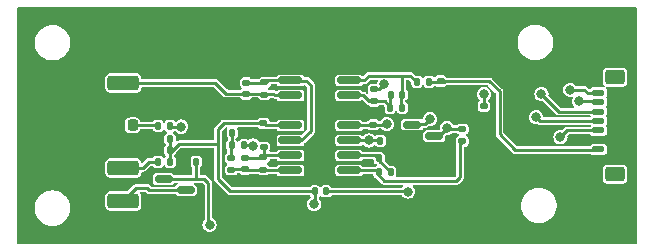
<source format=gbr>
%TF.GenerationSoftware,KiCad,Pcbnew,7.0.9+1*%
%TF.CreationDate,2023-12-11T14:48:35+01:00*%
%TF.ProjectId,IR-sensor,49522d73-656e-4736-9f72-2e6b69636164,rev?*%
%TF.SameCoordinates,Original*%
%TF.FileFunction,Copper,L1,Top*%
%TF.FilePolarity,Positive*%
%FSLAX46Y46*%
G04 Gerber Fmt 4.6, Leading zero omitted, Abs format (unit mm)*
G04 Created by KiCad (PCBNEW 7.0.9+1) date 2023-12-11 14:48:35*
%MOMM*%
%LPD*%
G01*
G04 APERTURE LIST*
G04 Aperture macros list*
%AMRoundRect*
0 Rectangle with rounded corners*
0 $1 Rounding radius*
0 $2 $3 $4 $5 $6 $7 $8 $9 X,Y pos of 4 corners*
0 Add a 4 corners polygon primitive as box body*
4,1,4,$2,$3,$4,$5,$6,$7,$8,$9,$2,$3,0*
0 Add four circle primitives for the rounded corners*
1,1,$1+$1,$2,$3*
1,1,$1+$1,$4,$5*
1,1,$1+$1,$6,$7*
1,1,$1+$1,$8,$9*
0 Add four rect primitives between the rounded corners*
20,1,$1+$1,$2,$3,$4,$5,0*
20,1,$1+$1,$4,$5,$6,$7,0*
20,1,$1+$1,$6,$7,$8,$9,0*
20,1,$1+$1,$8,$9,$2,$3,0*%
G04 Aperture macros list end*
%TA.AperFunction,SMDPad,CuDef*%
%ADD10RoundRect,0.218750X-0.218750X-0.256250X0.218750X-0.256250X0.218750X0.256250X-0.218750X0.256250X0*%
%TD*%
%TA.AperFunction,SMDPad,CuDef*%
%ADD11RoundRect,0.125000X-0.425000X0.125000X-0.425000X-0.125000X0.425000X-0.125000X0.425000X0.125000X0*%
%TD*%
%TA.AperFunction,SMDPad,CuDef*%
%ADD12RoundRect,0.250000X-0.600000X0.350000X-0.600000X-0.350000X0.600000X-0.350000X0.600000X0.350000X0*%
%TD*%
%TA.AperFunction,SMDPad,CuDef*%
%ADD13RoundRect,0.135000X-0.185000X0.135000X-0.185000X-0.135000X0.185000X-0.135000X0.185000X0.135000X0*%
%TD*%
%TA.AperFunction,SMDPad,CuDef*%
%ADD14RoundRect,0.140000X0.140000X0.170000X-0.140000X0.170000X-0.140000X-0.170000X0.140000X-0.170000X0*%
%TD*%
%TA.AperFunction,SMDPad,CuDef*%
%ADD15RoundRect,0.140000X-0.170000X0.140000X-0.170000X-0.140000X0.170000X-0.140000X0.170000X0.140000X0*%
%TD*%
%TA.AperFunction,SMDPad,CuDef*%
%ADD16RoundRect,0.135000X-0.135000X-0.185000X0.135000X-0.185000X0.135000X0.185000X-0.135000X0.185000X0*%
%TD*%
%TA.AperFunction,SMDPad,CuDef*%
%ADD17RoundRect,0.150000X-0.825000X-0.150000X0.825000X-0.150000X0.825000X0.150000X-0.825000X0.150000X0*%
%TD*%
%TA.AperFunction,SMDPad,CuDef*%
%ADD18RoundRect,0.150000X-0.587500X-0.150000X0.587500X-0.150000X0.587500X0.150000X-0.587500X0.150000X0*%
%TD*%
%TA.AperFunction,SMDPad,CuDef*%
%ADD19RoundRect,0.135000X0.185000X-0.135000X0.185000X0.135000X-0.185000X0.135000X-0.185000X-0.135000X0*%
%TD*%
%TA.AperFunction,SMDPad,CuDef*%
%ADD20RoundRect,0.135000X0.135000X0.185000X-0.135000X0.185000X-0.135000X-0.185000X0.135000X-0.185000X0*%
%TD*%
%TA.AperFunction,SMDPad,CuDef*%
%ADD21RoundRect,0.250000X1.075000X-0.375000X1.075000X0.375000X-1.075000X0.375000X-1.075000X-0.375000X0*%
%TD*%
%TA.AperFunction,SMDPad,CuDef*%
%ADD22RoundRect,0.140000X-0.140000X-0.170000X0.140000X-0.170000X0.140000X0.170000X-0.140000X0.170000X0*%
%TD*%
%TA.AperFunction,SMDPad,CuDef*%
%ADD23RoundRect,0.140000X0.170000X-0.140000X0.170000X0.140000X-0.170000X0.140000X-0.170000X-0.140000X0*%
%TD*%
%TA.AperFunction,ViaPad*%
%ADD24C,0.800000*%
%TD*%
%TA.AperFunction,Conductor*%
%ADD25C,0.250000*%
%TD*%
G04 APERTURE END LIST*
D10*
%TO.P,D3,1,K*%
%TO.N,GND*%
X58212500Y-60000000D03*
%TO.P,D3,2,A*%
%TO.N,Net-(D3-A)*%
X59787500Y-60000000D03*
%TD*%
D11*
%TO.P,J1,1,Pin_1*%
%TO.N,+2V5*%
X99225000Y-57225000D03*
%TO.P,J1,2,Pin_2*%
%TO.N,/PWM_SEND*%
X99225000Y-58025000D03*
%TO.P,J1,3,Pin_3*%
%TO.N,/PWM_RCV*%
X99225000Y-58825000D03*
%TO.P,J1,4,Pin_4*%
%TO.N,-2V5*%
X99225000Y-59625000D03*
%TO.P,J1,5,Pin_5*%
%TO.N,/INDICATOR*%
X99225000Y-60425000D03*
%TO.P,J1,6,Pin_6*%
%TO.N,GND*%
X99225000Y-61225000D03*
%TO.P,J1,7,Pin_7*%
%TO.N,/DOG*%
X99225000Y-62025000D03*
%TO.P,J1,8,Pin_8*%
%TO.N,GND*%
X99225000Y-62825000D03*
D12*
%TO.P,J1,MP*%
%TO.N,N/C*%
X100625000Y-55925000D03*
X100625000Y-64125000D03*
%TD*%
D13*
%TO.P,R3,1*%
%TO.N,GND*%
X70875000Y-60815000D03*
%TO.P,R3,2*%
%TO.N,Net-(U1B--)*%
X70875000Y-61835000D03*
%TD*%
D14*
%TO.P,C7,1*%
%TO.N,+2V5*%
X62945000Y-61145000D03*
%TO.P,C7,2*%
%TO.N,GND*%
X61985000Y-61145000D03*
%TD*%
D15*
%TO.P,C5,1*%
%TO.N,Net-(U1B--)*%
X69335000Y-62755000D03*
%TO.P,C5,2*%
%TO.N,Net-(C5-Pad2)*%
X69335000Y-63715000D03*
%TD*%
D16*
%TO.P,R12,1*%
%TO.N,GND*%
X64145000Y-63085000D03*
%TO.P,R12,2*%
%TO.N,/PWM_SEND*%
X65165000Y-63085000D03*
%TD*%
D17*
%TO.P,U1,1*%
%TO.N,Net-(U1B-+)*%
X73150000Y-56190000D03*
%TO.P,U1,2,-*%
%TO.N,Net-(D2-K)*%
X73150000Y-57460000D03*
%TO.P,U1,3,+*%
%TO.N,GND*%
X73150000Y-58730000D03*
%TO.P,U1,4,V+*%
%TO.N,+2V5*%
X73150000Y-60000000D03*
%TO.P,U1,5,+*%
%TO.N,Net-(U1B-+)*%
X73150000Y-61270000D03*
%TO.P,U1,6,-*%
%TO.N,Net-(U1B--)*%
X73150000Y-62540000D03*
%TO.P,U1,7*%
%TO.N,Net-(C5-Pad2)*%
X73150000Y-63810000D03*
%TO.P,U1,8*%
%TO.N,Net-(R4-Pad1)*%
X78100000Y-63810000D03*
%TO.P,U1,9,-*%
%TO.N,Net-(U1C--)*%
X78100000Y-62540000D03*
%TO.P,U1,10,+*%
%TO.N,Net-(U1C-+)*%
X78100000Y-61270000D03*
%TO.P,U1,11,V-*%
%TO.N,-2V5*%
X78100000Y-60000000D03*
%TO.P,U1,12,+*%
%TO.N,GND*%
X78100000Y-58730000D03*
%TO.P,U1,13,-*%
%TO.N,Net-(U1D--)*%
X78100000Y-57460000D03*
%TO.P,U1,14*%
%TO.N,Net-(C13-Pad1)*%
X78100000Y-56190000D03*
%TD*%
D18*
%TO.P,Q1,1,G*%
%TO.N,/PWM_SEND*%
X62407500Y-64525000D03*
%TO.P,Q1,2,S*%
%TO.N,GND*%
X62407500Y-66425000D03*
%TO.P,Q1,3,D*%
%TO.N,Net-(D1-K)*%
X64282500Y-65475000D03*
%TD*%
D16*
%TO.P,R13,1*%
%TO.N,Net-(D3-A)*%
X61945000Y-60045000D03*
%TO.P,R13,2*%
%TO.N,/INDICATOR*%
X62965000Y-60045000D03*
%TD*%
D19*
%TO.P,R1,1*%
%TO.N,Net-(D2-K)*%
X70945000Y-57385000D03*
%TO.P,R1,2*%
%TO.N,Net-(U1B-+)*%
X70945000Y-56365000D03*
%TD*%
D20*
%TO.P,R18,1*%
%TO.N,/DOG*%
X84880000Y-56295000D03*
%TO.P,R18,2*%
%TO.N,Net-(C13-Pad1)*%
X83860000Y-56295000D03*
%TD*%
D19*
%TO.P,R7,1*%
%TO.N,GND*%
X89530000Y-59380000D03*
%TO.P,R7,2*%
%TO.N,/PWM_RCV*%
X89530000Y-58360000D03*
%TD*%
D16*
%TO.P,R11,1*%
%TO.N,Net-(D1-A)*%
X61935000Y-63075000D03*
%TO.P,R11,2*%
%TO.N,+2V5*%
X62955000Y-63075000D03*
%TD*%
D18*
%TO.P,Q2,1,G*%
%TO.N,/PWM_RCV*%
X83457500Y-59925000D03*
%TO.P,Q2,2,S*%
%TO.N,GND*%
X83457500Y-61825000D03*
%TO.P,Q2,3,D*%
%TO.N,Net-(Q2-D)*%
X85332500Y-60875000D03*
%TD*%
D14*
%TO.P,C13,1*%
%TO.N,Net-(C13-Pad1)*%
X82585000Y-57385000D03*
%TO.P,C13,2*%
%TO.N,Net-(U1D--)*%
X81625000Y-57385000D03*
%TD*%
D21*
%TO.P,D1,1,K*%
%TO.N,Net-(D1-K)*%
X59000000Y-66400000D03*
%TO.P,D1,2,A*%
%TO.N,Net-(D1-A)*%
X59000000Y-63600000D03*
%TD*%
D19*
%TO.P,R16,1*%
%TO.N,Net-(U1D--)*%
X80225000Y-57955000D03*
%TO.P,R16,2*%
%TO.N,Net-(Q2-D)*%
X80225000Y-56935000D03*
%TD*%
D16*
%TO.P,R14,1*%
%TO.N,Net-(C6-Pad1)*%
X68221000Y-60627000D03*
%TO.P,R14,2*%
%TO.N,GND*%
X69241000Y-60627000D03*
%TD*%
D13*
%TO.P,R6,1*%
%TO.N,Net-(Q2-D)*%
X87705000Y-60320000D03*
%TO.P,R6,2*%
%TO.N,Net-(R4-Pad1)*%
X87705000Y-61340000D03*
%TD*%
D22*
%TO.P,C9,1*%
%TO.N,Net-(U1C-+)*%
X80765000Y-61305000D03*
%TO.P,C9,2*%
%TO.N,GND*%
X81725000Y-61305000D03*
%TD*%
D16*
%TO.P,R4,1*%
%TO.N,Net-(R4-Pad1)*%
X80615000Y-63965000D03*
%TO.P,R4,2*%
%TO.N,Net-(U1C--)*%
X81635000Y-63965000D03*
%TD*%
D21*
%TO.P,D2,1,K*%
%TO.N,Net-(D2-K)*%
X59000000Y-56400000D03*
%TO.P,D2,2,A*%
%TO.N,GND*%
X59000000Y-53600000D03*
%TD*%
D20*
%TO.P,R17,1*%
%TO.N,Net-(C13-Pad1)*%
X82605000Y-58485000D03*
%TO.P,R17,2*%
%TO.N,Net-(U1D--)*%
X81585000Y-58485000D03*
%TD*%
D23*
%TO.P,C1,1*%
%TO.N,Net-(D2-K)*%
X69385000Y-57345000D03*
%TO.P,C1,2*%
%TO.N,Net-(U1B-+)*%
X69385000Y-56385000D03*
%TD*%
D15*
%TO.P,C2,1*%
%TO.N,GND*%
X70865000Y-58865000D03*
%TO.P,C2,2*%
%TO.N,+2V5*%
X70865000Y-59825000D03*
%TD*%
D16*
%TO.P,R15,1*%
%TO.N,Net-(C6-Pad1)*%
X68165000Y-61675000D03*
%TO.P,R15,2*%
%TO.N,Net-(U1C-+)*%
X69185000Y-61675000D03*
%TD*%
D13*
%TO.P,R2,1*%
%TO.N,Net-(U1B--)*%
X70865000Y-62715000D03*
%TO.P,R2,2*%
%TO.N,Net-(C5-Pad2)*%
X70865000Y-63735000D03*
%TD*%
D15*
%TO.P,C11,1*%
%TO.N,/DOG*%
X85855000Y-56240000D03*
%TO.P,C11,2*%
%TO.N,GND*%
X85855000Y-57200000D03*
%TD*%
D14*
%TO.P,C4,1*%
%TO.N,+2V5*%
X62945000Y-62115000D03*
%TO.P,C4,2*%
%TO.N,GND*%
X61985000Y-62115000D03*
%TD*%
D15*
%TO.P,C6,1*%
%TO.N,Net-(C6-Pad1)*%
X68140000Y-62780000D03*
%TO.P,C6,2*%
%TO.N,Net-(C5-Pad2)*%
X68140000Y-63740000D03*
%TD*%
D22*
%TO.P,C3,1*%
%TO.N,+2V5*%
X75205000Y-65585000D03*
%TO.P,C3,2*%
%TO.N,-2V5*%
X76165000Y-65585000D03*
%TD*%
D16*
%TO.P,R5,1*%
%TO.N,Net-(U1C--)*%
X80675000Y-62795000D03*
%TO.P,R5,2*%
%TO.N,GND*%
X81695000Y-62795000D03*
%TD*%
D15*
%TO.P,C10,1*%
%TO.N,GND*%
X80125000Y-58965000D03*
%TO.P,C10,2*%
%TO.N,-2V5*%
X80125000Y-59925000D03*
%TD*%
D24*
%TO.N,Net-(U1C-+)*%
X79800000Y-61270000D03*
X69955500Y-61700000D03*
%TO.N,GND*%
X69800000Y-58850000D03*
X60800000Y-61200000D03*
X60800000Y-62100000D03*
X59700000Y-51800000D03*
X85800000Y-58400000D03*
X76200000Y-58700000D03*
X97500000Y-61200000D03*
X56801100Y-59989427D03*
X85700000Y-62000000D03*
X84100000Y-63200000D03*
X58100000Y-51800000D03*
X97500000Y-63100000D03*
X88300000Y-59400000D03*
%TO.N,/PWM_SEND*%
X97575000Y-57941816D03*
X66300000Y-68400000D03*
%TO.N,/PWM_RCV*%
X89530000Y-57350004D03*
X84956890Y-59475000D03*
X94400004Y-57350004D03*
%TO.N,+2V5*%
X96850000Y-56975000D03*
X75150000Y-66650000D03*
%TO.N,Net-(Q2-D)*%
X86400000Y-60200000D03*
X81100000Y-56525000D03*
%TO.N,-2V5*%
X81300000Y-59900000D03*
X83100000Y-65600000D03*
X93950000Y-59300000D03*
%TO.N,/INDICATOR*%
X63900000Y-60100000D03*
X96005851Y-61005851D03*
%TD*%
D25*
%TO.N,Net-(U1C-+)*%
X80670000Y-61270000D02*
X80700000Y-61300000D01*
X69185000Y-61675000D02*
X69930500Y-61675000D01*
X69930500Y-61675000D02*
X69955500Y-61700000D01*
X78100000Y-61270000D02*
X80670000Y-61270000D01*
%TO.N,GND*%
X61985000Y-61145000D02*
X60855000Y-61145000D01*
X97775000Y-62825000D02*
X97500000Y-63100000D01*
X99225000Y-62825000D02*
X97775000Y-62825000D01*
X97525000Y-61225000D02*
X97500000Y-61200000D01*
X99225000Y-61225000D02*
X97525000Y-61225000D01*
X60855000Y-61145000D02*
X60800000Y-61200000D01*
%TO.N,Net-(D1-K)*%
X60100000Y-65300000D02*
X61000000Y-65300000D01*
X61200000Y-65500000D02*
X64300000Y-65500000D01*
X59000000Y-66400000D02*
X60100000Y-65300000D01*
X61000000Y-65300000D02*
X61200000Y-65500000D01*
%TO.N,Net-(U1B-+)*%
X74500000Y-56200000D02*
X73500000Y-56200000D01*
X74900000Y-60450000D02*
X74900000Y-56600000D01*
X71000000Y-56400000D02*
X69500000Y-56400000D01*
X74080000Y-61270000D02*
X74900000Y-60450000D01*
X71210000Y-56190000D02*
X71000000Y-56400000D01*
X73150000Y-56190000D02*
X71210000Y-56190000D01*
X74900000Y-56600000D02*
X74500000Y-56200000D01*
X73150000Y-61270000D02*
X74080000Y-61270000D01*
%TO.N,Net-(D2-K)*%
X66800000Y-56400000D02*
X67700000Y-57300000D01*
X71100000Y-57300000D02*
X71700000Y-57300000D01*
X71800000Y-57400000D02*
X73100000Y-57400000D01*
X71700000Y-57300000D02*
X71800000Y-57400000D01*
X59000000Y-56400000D02*
X66800000Y-56400000D01*
X69500000Y-57300000D02*
X71100000Y-57300000D01*
X67700000Y-57300000D02*
X69500000Y-57300000D01*
%TO.N,Net-(U1B--)*%
X73150000Y-62540000D02*
X71060000Y-62540000D01*
X71060000Y-62540000D02*
X70900000Y-62700000D01*
X70900000Y-62000000D02*
X70950000Y-61950000D01*
X69335000Y-62755000D02*
X70595000Y-62755000D01*
X70900000Y-62700000D02*
X70900000Y-62000000D01*
X70595000Y-62755000D02*
X70700000Y-62650000D01*
%TO.N,/PWM_SEND*%
X65165000Y-64490000D02*
X65200000Y-64525000D01*
X66200000Y-64900000D02*
X66200000Y-68300000D01*
X65825000Y-64525000D02*
X66200000Y-64900000D01*
X66200000Y-68300000D02*
X66300000Y-68400000D01*
X99300000Y-58100000D02*
X99141816Y-57941816D01*
X99141816Y-57941816D02*
X97575000Y-57941816D01*
X62407500Y-64525000D02*
X65200000Y-64525000D01*
X65200000Y-64525000D02*
X65825000Y-64525000D01*
X65165000Y-63085000D02*
X65165000Y-64490000D01*
%TO.N,/PWM_RCV*%
X84531890Y-59900000D02*
X84956890Y-59475000D01*
X99225000Y-58825000D02*
X95875000Y-58825000D01*
X89530000Y-58360000D02*
X89530000Y-57350004D01*
X95875000Y-58825000D02*
X94400000Y-57350000D01*
X83600000Y-59900000D02*
X84531890Y-59900000D01*
%TO.N,Net-(U1C--)*%
X80675000Y-62795000D02*
X80675000Y-62975000D01*
X80340000Y-62540000D02*
X80600000Y-62800000D01*
X80675000Y-62975000D02*
X81600000Y-63900000D01*
X78100000Y-62540000D02*
X80340000Y-62540000D01*
%TO.N,+2V5*%
X98300000Y-57250000D02*
X98025000Y-56975000D01*
X75205000Y-65585000D02*
X75205000Y-66595000D01*
X62955000Y-63075000D02*
X62955000Y-62345000D01*
X67000000Y-60340000D02*
X67510000Y-59830000D01*
X67000000Y-61600000D02*
X67000000Y-60340000D01*
X62945000Y-62055000D02*
X62900000Y-62100000D01*
X63700000Y-61600000D02*
X67000000Y-61600000D01*
X98025000Y-56975000D02*
X96850000Y-56975000D01*
X71100000Y-60000000D02*
X70900000Y-59800000D01*
X62955000Y-62345000D02*
X63700000Y-61600000D01*
X67000000Y-61600000D02*
X67000000Y-64500000D01*
X70770000Y-59830000D02*
X70800000Y-59800000D01*
X67000000Y-64500000D02*
X68050000Y-65550000D01*
X67510000Y-59830000D02*
X70770000Y-59830000D01*
X75325000Y-65475000D02*
X75300000Y-65500000D01*
X98300000Y-57250000D02*
X99300000Y-57250000D01*
X62945000Y-61145000D02*
X62945000Y-62055000D01*
X73150000Y-60000000D02*
X71100000Y-60000000D01*
X68050000Y-65550000D02*
X75050000Y-65550000D01*
X75205000Y-66595000D02*
X75150000Y-66650000D01*
%TO.N,Net-(C5-Pad2)*%
X71010000Y-63810000D02*
X70900000Y-63700000D01*
X69335000Y-63715000D02*
X68205000Y-63715000D01*
X73150000Y-63810000D02*
X71010000Y-63810000D01*
X70800000Y-63800000D02*
X69300000Y-63800000D01*
X68205000Y-63715000D02*
X68200000Y-63720000D01*
X70900000Y-63700000D02*
X70800000Y-63800000D01*
%TO.N,Net-(C6-Pad1)*%
X68140000Y-62780000D02*
X68140000Y-61740000D01*
X68165000Y-60735000D02*
X68200000Y-60700000D01*
X68165000Y-61675000D02*
X68165000Y-60735000D01*
%TO.N,Net-(Q2-D)*%
X86520000Y-60320000D02*
X86400000Y-60200000D01*
X85332500Y-60875000D02*
X85725000Y-60875000D01*
X85725000Y-60875000D02*
X86400000Y-60200000D01*
X80675000Y-56950000D02*
X81100000Y-56525000D01*
X80300000Y-56950000D02*
X80675000Y-56950000D01*
X87705000Y-60320000D02*
X86520000Y-60320000D01*
%TO.N,Net-(R4-Pad1)*%
X78100000Y-63810000D02*
X80510000Y-63810000D01*
X87500000Y-64400000D02*
X87500000Y-61600000D01*
X80510000Y-63810000D02*
X80700000Y-64000000D01*
X87500000Y-61600000D02*
X87700000Y-61400000D01*
X81100000Y-64700000D02*
X87200000Y-64700000D01*
X80615000Y-64215000D02*
X81100000Y-64700000D01*
X87200000Y-64700000D02*
X87500000Y-64400000D01*
X80615000Y-63965000D02*
X80615000Y-64215000D01*
%TO.N,/DOG*%
X99200000Y-62100000D02*
X92200000Y-62100000D01*
X86225000Y-56300000D02*
X85750000Y-56300000D01*
X90000000Y-56275000D02*
X86250000Y-56275000D01*
X84880000Y-56295000D02*
X85755000Y-56295000D01*
X85755000Y-56295000D02*
X85775000Y-56275000D01*
X90850000Y-57125000D02*
X90000000Y-56275000D01*
X92200000Y-62100000D02*
X90850000Y-60750000D01*
X86250000Y-56275000D02*
X86225000Y-56300000D01*
X90850000Y-60750000D02*
X90850000Y-57125000D01*
%TO.N,-2V5*%
X83085000Y-65585000D02*
X83100000Y-65600000D01*
X99225000Y-59625000D02*
X94275000Y-59625000D01*
X81275000Y-59925000D02*
X81300000Y-59900000D01*
X94275000Y-59625000D02*
X93950000Y-59300000D01*
X76165000Y-65585000D02*
X83085000Y-65585000D01*
X78100000Y-60000000D02*
X80200000Y-60000000D01*
X80125000Y-59925000D02*
X81275000Y-59925000D01*
%TO.N,Net-(D1-A)*%
X60650000Y-63600000D02*
X61150000Y-63100000D01*
X61150000Y-63100000D02*
X62000000Y-63100000D01*
X59000000Y-63600000D02*
X60650000Y-63600000D01*
%TO.N,/INDICATOR*%
X63900000Y-60100000D02*
X63000000Y-60100000D01*
X99225000Y-60425000D02*
X96586702Y-60425000D01*
X96586702Y-60425000D02*
X96005851Y-61005851D01*
%TO.N,Net-(D3-A)*%
X59787500Y-60000000D02*
X61900000Y-60000000D01*
%TO.N,Net-(C13-Pad1)*%
X82585000Y-57385000D02*
X82585000Y-55840000D01*
X79390000Y-56190000D02*
X79780000Y-55800000D01*
X82500000Y-57400000D02*
X82500000Y-58400000D01*
X82585000Y-55840000D02*
X82625000Y-55800000D01*
X79780000Y-55800000D02*
X82625000Y-55800000D01*
X83300000Y-55800000D02*
X83825000Y-56325000D01*
X78100000Y-56190000D02*
X79390000Y-56190000D01*
X82625000Y-55800000D02*
X83300000Y-55800000D01*
%TO.N,Net-(U1D--)*%
X79800000Y-57950000D02*
X81150000Y-57950000D01*
X81535000Y-57365000D02*
X81575000Y-57325000D01*
X81535000Y-58485000D02*
X81535000Y-57365000D01*
X81150000Y-57950000D02*
X81600000Y-58400000D01*
X78100000Y-57460000D02*
X79310000Y-57460000D01*
X79310000Y-57460000D02*
X79800000Y-57950000D01*
%TD*%
%TA.AperFunction,Conductor*%
%TO.N,GND*%
G36*
X102473066Y-50017813D02*
G01*
X102498376Y-50061650D01*
X102499500Y-50074500D01*
X102499500Y-69925500D01*
X102482187Y-69973066D01*
X102438350Y-69998376D01*
X102425500Y-69999500D01*
X50074500Y-69999500D01*
X50026934Y-69982187D01*
X50001624Y-69938350D01*
X50000500Y-69925500D01*
X50000500Y-67124337D01*
X51499500Y-67124337D01*
X51521417Y-67255681D01*
X51540429Y-67369614D01*
X51543930Y-67379811D01*
X51621172Y-67604811D01*
X51694743Y-67740757D01*
X51739526Y-67823509D01*
X51892262Y-68019744D01*
X52075215Y-68188164D01*
X52283393Y-68324173D01*
X52511119Y-68424063D01*
X52752179Y-68485108D01*
X52752182Y-68485108D01*
X52752185Y-68485109D01*
X52937929Y-68500500D01*
X52937933Y-68500500D01*
X53062071Y-68500500D01*
X53247814Y-68485109D01*
X53247816Y-68485108D01*
X53247821Y-68485108D01*
X53488881Y-68424063D01*
X53716607Y-68324173D01*
X53924785Y-68188164D01*
X54107738Y-68019744D01*
X54260474Y-67823509D01*
X54378828Y-67604810D01*
X54459571Y-67369614D01*
X54500500Y-67124335D01*
X54500500Y-66875665D01*
X54492758Y-66829266D01*
X57474500Y-66829266D01*
X57477354Y-66859699D01*
X57477354Y-66859701D01*
X57477355Y-66859704D01*
X57522206Y-66987881D01*
X57522207Y-66987883D01*
X57602846Y-67097146D01*
X57602853Y-67097153D01*
X57712116Y-67177792D01*
X57712118Y-67177793D01*
X57840295Y-67222644D01*
X57840301Y-67222646D01*
X57870734Y-67225500D01*
X57870741Y-67225500D01*
X60129258Y-67225500D01*
X60129266Y-67225500D01*
X60159699Y-67222646D01*
X60287882Y-67177793D01*
X60397150Y-67097150D01*
X60477793Y-66987882D01*
X60522646Y-66859699D01*
X60525500Y-66829266D01*
X60525500Y-65970734D01*
X60522646Y-65940301D01*
X60477793Y-65812118D01*
X60476664Y-65810588D01*
X60427109Y-65743442D01*
X60412793Y-65694890D01*
X60433035Y-65648495D01*
X60478364Y-65625965D01*
X60486649Y-65625500D01*
X60834522Y-65625500D01*
X60882088Y-65642813D01*
X60886848Y-65647174D01*
X60958647Y-65718973D01*
X60960819Y-65721343D01*
X60987545Y-65753194D01*
X61023546Y-65773979D01*
X61026270Y-65775715D01*
X61060314Y-65799553D01*
X61060316Y-65799554D01*
X61064949Y-65800795D01*
X61082795Y-65808186D01*
X61086955Y-65810588D01*
X61086958Y-65810588D01*
X61086959Y-65810589D01*
X61086958Y-65810589D01*
X61127888Y-65817806D01*
X61131038Y-65818504D01*
X61171193Y-65829264D01*
X61171193Y-65829263D01*
X61171194Y-65829264D01*
X61179040Y-65828577D01*
X61212610Y-65825640D01*
X61215829Y-65825500D01*
X63369167Y-65825500D01*
X63416733Y-65842813D01*
X63421493Y-65847174D01*
X63488517Y-65914198D01*
X63593607Y-65965573D01*
X63661740Y-65975500D01*
X63661746Y-65975500D01*
X64903254Y-65975500D01*
X64903260Y-65975500D01*
X64971393Y-65965573D01*
X65076483Y-65914198D01*
X65159198Y-65831483D01*
X65210573Y-65726393D01*
X65220500Y-65658260D01*
X65220500Y-65291740D01*
X65210573Y-65223607D01*
X65159198Y-65118517D01*
X65076483Y-65035802D01*
X65076482Y-65035801D01*
X64984800Y-64990981D01*
X64949670Y-64954537D01*
X64946185Y-64904038D01*
X64975976Y-64863113D01*
X65017300Y-64850500D01*
X65147407Y-64850500D01*
X65166560Y-64853022D01*
X65171193Y-64854263D01*
X65212598Y-64850640D01*
X65215817Y-64850500D01*
X65659522Y-64850500D01*
X65707088Y-64867813D01*
X65711848Y-64872174D01*
X65852826Y-65013152D01*
X65874218Y-65059028D01*
X65874500Y-65065478D01*
X65874500Y-67942973D01*
X65859208Y-67988021D01*
X65775464Y-68097158D01*
X65714955Y-68243238D01*
X65714955Y-68243239D01*
X65694318Y-68400000D01*
X65714955Y-68556760D01*
X65714955Y-68556761D01*
X65775464Y-68702841D01*
X65871715Y-68828279D01*
X65871720Y-68828284D01*
X65955345Y-68892451D01*
X65997159Y-68924536D01*
X66143238Y-68985044D01*
X66300000Y-69005682D01*
X66456762Y-68985044D01*
X66602841Y-68924536D01*
X66728282Y-68828282D01*
X66824536Y-68702841D01*
X66885044Y-68556762D01*
X66905682Y-68400000D01*
X66885044Y-68243238D01*
X66824536Y-68097159D01*
X66792451Y-68055345D01*
X66728284Y-67971720D01*
X66728279Y-67971715D01*
X66602840Y-67875463D01*
X66602838Y-67875462D01*
X66571180Y-67862348D01*
X66533860Y-67828150D01*
X66525500Y-67793982D01*
X66525500Y-64915825D01*
X66525641Y-64912598D01*
X66528687Y-64877793D01*
X66529264Y-64871193D01*
X66518502Y-64831033D01*
X66517806Y-64827889D01*
X66510589Y-64786958D01*
X66510588Y-64786956D01*
X66510588Y-64786955D01*
X66508186Y-64782795D01*
X66500795Y-64764949D01*
X66499554Y-64760316D01*
X66475715Y-64726270D01*
X66473979Y-64723546D01*
X66453193Y-64687543D01*
X66421347Y-64660821D01*
X66418966Y-64658640D01*
X66066357Y-64306031D01*
X66064176Y-64303651D01*
X66058721Y-64297150D01*
X66037455Y-64271806D01*
X66020088Y-64261778D01*
X66001458Y-64251022D01*
X65998736Y-64249288D01*
X65964685Y-64225446D01*
X65964682Y-64225445D01*
X65960047Y-64224203D01*
X65942200Y-64216811D01*
X65938044Y-64214411D01*
X65897114Y-64207193D01*
X65893964Y-64206495D01*
X65853806Y-64195735D01*
X65853805Y-64195735D01*
X65820818Y-64198622D01*
X65812394Y-64199359D01*
X65809174Y-64199500D01*
X65564500Y-64199500D01*
X65516934Y-64182187D01*
X65491624Y-64138350D01*
X65490500Y-64125500D01*
X65490500Y-63584621D01*
X65507813Y-63537055D01*
X65512174Y-63532295D01*
X65543534Y-63500935D01*
X65579065Y-63465404D01*
X65629068Y-63358173D01*
X65635500Y-63309316D01*
X65635500Y-62860684D01*
X65629068Y-62811827D01*
X65579065Y-62704596D01*
X65495404Y-62620935D01*
X65388173Y-62570932D01*
X65388171Y-62570931D01*
X65352178Y-62566193D01*
X65339316Y-62564500D01*
X64990684Y-62564500D01*
X64979318Y-62565996D01*
X64941828Y-62570931D01*
X64834595Y-62620935D01*
X64750935Y-62704595D01*
X64700931Y-62811828D01*
X64694500Y-62860685D01*
X64694500Y-63309314D01*
X64700931Y-63358171D01*
X64750935Y-63465404D01*
X64817826Y-63532295D01*
X64839218Y-63578171D01*
X64839500Y-63584621D01*
X64839500Y-64125500D01*
X64822187Y-64173066D01*
X64778350Y-64198376D01*
X64765500Y-64199500D01*
X63344411Y-64199500D01*
X63296845Y-64182187D01*
X63284249Y-64168568D01*
X63201482Y-64085801D01*
X63096394Y-64034427D01*
X63028264Y-64024500D01*
X63028260Y-64024500D01*
X61786740Y-64024500D01*
X61786735Y-64024500D01*
X61718606Y-64034427D01*
X61718605Y-64034427D01*
X61613517Y-64085801D01*
X61530801Y-64168517D01*
X61479427Y-64273605D01*
X61479427Y-64273606D01*
X61469500Y-64341735D01*
X61469500Y-64708264D01*
X61479427Y-64776393D01*
X61479427Y-64776394D01*
X61530801Y-64881482D01*
X61530802Y-64881483D01*
X61613517Y-64964198D01*
X61718607Y-65015573D01*
X61786740Y-65025500D01*
X61786746Y-65025500D01*
X63028254Y-65025500D01*
X63028260Y-65025500D01*
X63096393Y-65015573D01*
X63201483Y-64964198D01*
X63284198Y-64881483D01*
X63284198Y-64881482D01*
X63288534Y-64877147D01*
X63289344Y-64877957D01*
X63325919Y-64852848D01*
X63344411Y-64850500D01*
X63547700Y-64850500D01*
X63595266Y-64867813D01*
X63620576Y-64911650D01*
X63611786Y-64961500D01*
X63580200Y-64990981D01*
X63488517Y-65035801D01*
X63405802Y-65118516D01*
X63405802Y-65118517D01*
X63398721Y-65133000D01*
X63362279Y-65168129D01*
X63332241Y-65174500D01*
X61365478Y-65174500D01*
X61317912Y-65157187D01*
X61313152Y-65152826D01*
X61241357Y-65081031D01*
X61239176Y-65078651D01*
X61235693Y-65074500D01*
X61212455Y-65046806D01*
X61191706Y-65034826D01*
X61176458Y-65026022D01*
X61173736Y-65024288D01*
X61139685Y-65000446D01*
X61139682Y-65000445D01*
X61135047Y-64999203D01*
X61117200Y-64991811D01*
X61113044Y-64989411D01*
X61072114Y-64982193D01*
X61068964Y-64981495D01*
X61028806Y-64970735D01*
X61028805Y-64970735D01*
X60995818Y-64973622D01*
X60987394Y-64974359D01*
X60984174Y-64974500D01*
X60115826Y-64974500D01*
X60112605Y-64974359D01*
X60103650Y-64973575D01*
X60071194Y-64970735D01*
X60071192Y-64970735D01*
X60031033Y-64981495D01*
X60027884Y-64982193D01*
X59986952Y-64989412D01*
X59986951Y-64989412D01*
X59982790Y-64991815D01*
X59964959Y-64999201D01*
X59960317Y-65000445D01*
X59960312Y-65000447D01*
X59926268Y-65024285D01*
X59923547Y-65026019D01*
X59887547Y-65046804D01*
X59887543Y-65046808D01*
X59860827Y-65078645D01*
X59858646Y-65081025D01*
X59386848Y-65552826D01*
X59340972Y-65574218D01*
X59334522Y-65574500D01*
X57870734Y-65574500D01*
X57840301Y-65577354D01*
X57840299Y-65577354D01*
X57840295Y-65577355D01*
X57712118Y-65622206D01*
X57712116Y-65622207D01*
X57602853Y-65702846D01*
X57602846Y-65702853D01*
X57522207Y-65812116D01*
X57522206Y-65812118D01*
X57477355Y-65940295D01*
X57477354Y-65940299D01*
X57477354Y-65940301D01*
X57474500Y-65970734D01*
X57474500Y-66829266D01*
X54492758Y-66829266D01*
X54459571Y-66630386D01*
X54378828Y-66395190D01*
X54260474Y-66176491D01*
X54107738Y-65980256D01*
X54097394Y-65970734D01*
X53924785Y-65811836D01*
X53716607Y-65675827D01*
X53488887Y-65575939D01*
X53488883Y-65575938D01*
X53488881Y-65575937D01*
X53325233Y-65534495D01*
X53247814Y-65514890D01*
X53062071Y-65499500D01*
X53062067Y-65499500D01*
X52937933Y-65499500D01*
X52937929Y-65499500D01*
X52752185Y-65514890D01*
X52602382Y-65552826D01*
X52511119Y-65575937D01*
X52511117Y-65575937D01*
X52511112Y-65575939D01*
X52283392Y-65675827D01*
X52075214Y-65811836D01*
X51892263Y-65980254D01*
X51739529Y-66176486D01*
X51739522Y-66176498D01*
X51621172Y-66395188D01*
X51540428Y-66630389D01*
X51499500Y-66875662D01*
X51499500Y-67124337D01*
X50000500Y-67124337D01*
X50000500Y-64029266D01*
X57474500Y-64029266D01*
X57477354Y-64059699D01*
X57477354Y-64059701D01*
X57477355Y-64059704D01*
X57522206Y-64187881D01*
X57522207Y-64187883D01*
X57602846Y-64297146D01*
X57602853Y-64297153D01*
X57712116Y-64377792D01*
X57712118Y-64377793D01*
X57840295Y-64422644D01*
X57840301Y-64422646D01*
X57870734Y-64425500D01*
X57870741Y-64425500D01*
X60129258Y-64425500D01*
X60129266Y-64425500D01*
X60159699Y-64422646D01*
X60287882Y-64377793D01*
X60397150Y-64297150D01*
X60477793Y-64187882D01*
X60522646Y-64059699D01*
X60525500Y-64029266D01*
X60525500Y-63999500D01*
X60542813Y-63951934D01*
X60586650Y-63926624D01*
X60599500Y-63925500D01*
X60634174Y-63925500D01*
X60637394Y-63925640D01*
X60663546Y-63927928D01*
X60678805Y-63929264D01*
X60678805Y-63929263D01*
X60678807Y-63929264D01*
X60718967Y-63918502D01*
X60722100Y-63917807D01*
X60763045Y-63910588D01*
X60767194Y-63908191D01*
X60785055Y-63900794D01*
X60789684Y-63899554D01*
X60823733Y-63875712D01*
X60826450Y-63873980D01*
X60862455Y-63853194D01*
X60889187Y-63821334D01*
X60891348Y-63818976D01*
X61263152Y-63447174D01*
X61309029Y-63425782D01*
X61315478Y-63425500D01*
X61461474Y-63425500D01*
X61509040Y-63442813D01*
X61516660Y-63451129D01*
X61520935Y-63455404D01*
X61604596Y-63539065D01*
X61711827Y-63589068D01*
X61760684Y-63595500D01*
X61760686Y-63595500D01*
X62109314Y-63595500D01*
X62109316Y-63595500D01*
X62158173Y-63589068D01*
X62265404Y-63539065D01*
X62349065Y-63455404D01*
X62351059Y-63451129D01*
X62362878Y-63425782D01*
X62377933Y-63393495D01*
X62413726Y-63357702D01*
X62464152Y-63353290D01*
X62505617Y-63382324D01*
X62512067Y-63393496D01*
X62540933Y-63455402D01*
X62540935Y-63455404D01*
X62624596Y-63539065D01*
X62731827Y-63589068D01*
X62780684Y-63595500D01*
X62780686Y-63595500D01*
X63129314Y-63595500D01*
X63129316Y-63595500D01*
X63178173Y-63589068D01*
X63285404Y-63539065D01*
X63369065Y-63455404D01*
X63419068Y-63348173D01*
X63425500Y-63299316D01*
X63425500Y-62850684D01*
X63419068Y-62801827D01*
X63369065Y-62694596D01*
X63315330Y-62640861D01*
X63293938Y-62594985D01*
X63307039Y-62546090D01*
X63315331Y-62536209D01*
X63368221Y-62483319D01*
X63368224Y-62483316D01*
X63418972Y-62374487D01*
X63420716Y-62361234D01*
X63441755Y-62318569D01*
X63813152Y-61947174D01*
X63859029Y-61925782D01*
X63865478Y-61925500D01*
X66600500Y-61925500D01*
X66648066Y-61942813D01*
X66673376Y-61986650D01*
X66674500Y-61999500D01*
X66674500Y-64484173D01*
X66674359Y-64487400D01*
X66670735Y-64528805D01*
X66670735Y-64528806D01*
X66681495Y-64568964D01*
X66682193Y-64572114D01*
X66689411Y-64613044D01*
X66691811Y-64617200D01*
X66699203Y-64635047D01*
X66700445Y-64639682D01*
X66700446Y-64639685D01*
X66724288Y-64673736D01*
X66726022Y-64676458D01*
X66732423Y-64687543D01*
X66746806Y-64712455D01*
X66746808Y-64712457D01*
X66746807Y-64712457D01*
X66761691Y-64724945D01*
X66778658Y-64739182D01*
X66781027Y-64741353D01*
X67808652Y-65768979D01*
X67810824Y-65771349D01*
X67837545Y-65803194D01*
X67864065Y-65818505D01*
X67873548Y-65823980D01*
X67876267Y-65825713D01*
X67884508Y-65831483D01*
X67910314Y-65849553D01*
X67910315Y-65849553D01*
X67910316Y-65849554D01*
X67914945Y-65850794D01*
X67932800Y-65858189D01*
X67936955Y-65860588D01*
X67977915Y-65867809D01*
X67981028Y-65868500D01*
X68021193Y-65879263D01*
X68062598Y-65875640D01*
X68065817Y-65875500D01*
X74698346Y-65875500D01*
X74745912Y-65892813D01*
X74765413Y-65918226D01*
X74781735Y-65953229D01*
X74781776Y-65953315D01*
X74781776Y-65953316D01*
X74847902Y-66019442D01*
X74869294Y-66065318D01*
X74856193Y-66114213D01*
X74840625Y-66130476D01*
X74721717Y-66221718D01*
X74721715Y-66221720D01*
X74625464Y-66347158D01*
X74564955Y-66493238D01*
X74564955Y-66493239D01*
X74544318Y-66650000D01*
X74564955Y-66806760D01*
X74564955Y-66806761D01*
X74625464Y-66952841D01*
X74721715Y-67078279D01*
X74721720Y-67078284D01*
X74781738Y-67124337D01*
X74847159Y-67174536D01*
X74993238Y-67235044D01*
X75150000Y-67255682D01*
X75306762Y-67235044D01*
X75452841Y-67174536D01*
X75578282Y-67078282D01*
X75674536Y-66952841D01*
X75696698Y-66899337D01*
X92674500Y-66899337D01*
X92707509Y-67097153D01*
X92715429Y-67144614D01*
X92743197Y-67225500D01*
X92796172Y-67379811D01*
X92869743Y-67515757D01*
X92914526Y-67598509D01*
X93067262Y-67794744D01*
X93250215Y-67963164D01*
X93458393Y-68099173D01*
X93686119Y-68199063D01*
X93927179Y-68260108D01*
X93927182Y-68260108D01*
X93927185Y-68260109D01*
X94112929Y-68275500D01*
X94112933Y-68275500D01*
X94237071Y-68275500D01*
X94422814Y-68260109D01*
X94422816Y-68260108D01*
X94422821Y-68260108D01*
X94663881Y-68199063D01*
X94891607Y-68099173D01*
X95099785Y-67963164D01*
X95282738Y-67794744D01*
X95435474Y-67598509D01*
X95553828Y-67379810D01*
X95634571Y-67144614D01*
X95675500Y-66899335D01*
X95675500Y-66650665D01*
X95634571Y-66405386D01*
X95553828Y-66170190D01*
X95435474Y-65951491D01*
X95282738Y-65755256D01*
X95251385Y-65726394D01*
X95099785Y-65586836D01*
X94891607Y-65450827D01*
X94663887Y-65350939D01*
X94663883Y-65350938D01*
X94663881Y-65350937D01*
X94451514Y-65297158D01*
X94422814Y-65289890D01*
X94237071Y-65274500D01*
X94237067Y-65274500D01*
X94112933Y-65274500D01*
X94112929Y-65274500D01*
X93927185Y-65289890D01*
X93763531Y-65331333D01*
X93686119Y-65350937D01*
X93686117Y-65350937D01*
X93686112Y-65350939D01*
X93458392Y-65450827D01*
X93250214Y-65586836D01*
X93067263Y-65755254D01*
X92914529Y-65951486D01*
X92914522Y-65951498D01*
X92796172Y-66170188D01*
X92715428Y-66405389D01*
X92674500Y-66650662D01*
X92674500Y-66899337D01*
X75696698Y-66899337D01*
X75735044Y-66806762D01*
X75755682Y-66650000D01*
X75735044Y-66493238D01*
X75674536Y-66347159D01*
X75578282Y-66221718D01*
X75578281Y-66221717D01*
X75559450Y-66207267D01*
X75532254Y-66164575D01*
X75530500Y-66148560D01*
X75530500Y-66081692D01*
X75547813Y-66034126D01*
X75552174Y-66029366D01*
X75632674Y-65948866D01*
X75678550Y-65927474D01*
X75727445Y-65940575D01*
X75737326Y-65948866D01*
X75741776Y-65953316D01*
X75826684Y-66038224D01*
X75935513Y-66088972D01*
X75985099Y-66095500D01*
X76344900Y-66095499D01*
X76394487Y-66088972D01*
X76503316Y-66038224D01*
X76588224Y-65953316D01*
X76588265Y-65953227D01*
X76588335Y-65953157D01*
X76591936Y-65948015D01*
X76592842Y-65948649D01*
X76624056Y-65917434D01*
X76655332Y-65910500D01*
X82544848Y-65910500D01*
X82592414Y-65927813D01*
X82603556Y-65939452D01*
X82671715Y-66028279D01*
X82671720Y-66028284D01*
X82719984Y-66065318D01*
X82797159Y-66124536D01*
X82943238Y-66185044D01*
X83100000Y-66205682D01*
X83256762Y-66185044D01*
X83402841Y-66124536D01*
X83528282Y-66028282D01*
X83624536Y-65902841D01*
X83685044Y-65756762D01*
X83705682Y-65600000D01*
X83685044Y-65443238D01*
X83624536Y-65297159D01*
X83563096Y-65217088D01*
X83528284Y-65171720D01*
X83528279Y-65171715D01*
X83510676Y-65158208D01*
X83483478Y-65115517D01*
X83490085Y-65065331D01*
X83527405Y-65031133D01*
X83555724Y-65025500D01*
X87184174Y-65025500D01*
X87187394Y-65025640D01*
X87213546Y-65027928D01*
X87228805Y-65029264D01*
X87228805Y-65029263D01*
X87228807Y-65029264D01*
X87268967Y-65018502D01*
X87272100Y-65017807D01*
X87313045Y-65010588D01*
X87317194Y-65008191D01*
X87335055Y-65000794D01*
X87336358Y-65000445D01*
X87339684Y-64999554D01*
X87373733Y-64975712D01*
X87376450Y-64973980D01*
X87412455Y-64953194D01*
X87439187Y-64921334D01*
X87441352Y-64918973D01*
X87718983Y-64641341D01*
X87721329Y-64639191D01*
X87753194Y-64612455D01*
X87773980Y-64576450D01*
X87775712Y-64573733D01*
X87799553Y-64539685D01*
X87799554Y-64539684D01*
X87800794Y-64535054D01*
X87803192Y-64529266D01*
X99574500Y-64529266D01*
X99577354Y-64559699D01*
X99577354Y-64559701D01*
X99577355Y-64559704D01*
X99622206Y-64687881D01*
X99622207Y-64687883D01*
X99702846Y-64797146D01*
X99702853Y-64797153D01*
X99812116Y-64877792D01*
X99812118Y-64877793D01*
X99940295Y-64922644D01*
X99940301Y-64922646D01*
X99970734Y-64925500D01*
X99970741Y-64925500D01*
X101279258Y-64925500D01*
X101279266Y-64925500D01*
X101309699Y-64922646D01*
X101437882Y-64877793D01*
X101547150Y-64797150D01*
X101627793Y-64687882D01*
X101672646Y-64559699D01*
X101675500Y-64529266D01*
X101675500Y-63720734D01*
X101672646Y-63690301D01*
X101627793Y-63562118D01*
X101625202Y-63558607D01*
X101547153Y-63452853D01*
X101547146Y-63452846D01*
X101437883Y-63372207D01*
X101437881Y-63372206D01*
X101309704Y-63327355D01*
X101309705Y-63327355D01*
X101309700Y-63327354D01*
X101309699Y-63327354D01*
X101279266Y-63324500D01*
X99970734Y-63324500D01*
X99940301Y-63327354D01*
X99940299Y-63327354D01*
X99940295Y-63327355D01*
X99812118Y-63372206D01*
X99812116Y-63372207D01*
X99702853Y-63452846D01*
X99702846Y-63452853D01*
X99622207Y-63562116D01*
X99622206Y-63562118D01*
X99577355Y-63690295D01*
X99577354Y-63690299D01*
X99577354Y-63690301D01*
X99574500Y-63720734D01*
X99574500Y-64529266D01*
X87803192Y-64529266D01*
X87808193Y-64517192D01*
X87810588Y-64513045D01*
X87817807Y-64472100D01*
X87818504Y-64468960D01*
X87829264Y-64428807D01*
X87825640Y-64387395D01*
X87825500Y-64384173D01*
X87825500Y-61884500D01*
X87842813Y-61836934D01*
X87886650Y-61811624D01*
X87899500Y-61810500D01*
X87929314Y-61810500D01*
X87929316Y-61810500D01*
X87978173Y-61804068D01*
X88085404Y-61754065D01*
X88169065Y-61670404D01*
X88219068Y-61563173D01*
X88225500Y-61514316D01*
X88225500Y-61165684D01*
X88219068Y-61116827D01*
X88169065Y-61009596D01*
X88085404Y-60925935D01*
X88085402Y-60925933D01*
X88039499Y-60904529D01*
X88023495Y-60897066D01*
X87987702Y-60861274D01*
X87983290Y-60810848D01*
X88012324Y-60769383D01*
X88023492Y-60762934D01*
X88081713Y-60735786D01*
X88085402Y-60734066D01*
X88085402Y-60734065D01*
X88085404Y-60734065D01*
X88169065Y-60650404D01*
X88219068Y-60543173D01*
X88225500Y-60494316D01*
X88225500Y-60145684D01*
X88219068Y-60096827D01*
X88169065Y-59989596D01*
X88085404Y-59905935D01*
X87978173Y-59855932D01*
X87978171Y-59855931D01*
X87942178Y-59851193D01*
X87929316Y-59849500D01*
X87480684Y-59849500D01*
X87469318Y-59850996D01*
X87431828Y-59855931D01*
X87324595Y-59905935D01*
X87305979Y-59924552D01*
X87257704Y-59972826D01*
X87211830Y-59994218D01*
X87205380Y-59994500D01*
X87014301Y-59994500D01*
X86966735Y-59977187D01*
X86945934Y-59948818D01*
X86924536Y-59897159D01*
X86828284Y-59771720D01*
X86828279Y-59771715D01*
X86702841Y-59675464D01*
X86556761Y-59614955D01*
X86400000Y-59594318D01*
X86243239Y-59614955D01*
X86243238Y-59614955D01*
X86097158Y-59675464D01*
X85971720Y-59771715D01*
X85971715Y-59771720D01*
X85875464Y-59897158D01*
X85814955Y-60043238D01*
X85814955Y-60043239D01*
X85794318Y-60200000D01*
X85806277Y-60290841D01*
X85795321Y-60340261D01*
X85755162Y-60371075D01*
X85732910Y-60374500D01*
X84711735Y-60374500D01*
X84643606Y-60384427D01*
X84643605Y-60384427D01*
X84538517Y-60435801D01*
X84455801Y-60518517D01*
X84404427Y-60623605D01*
X84404427Y-60623606D01*
X84394500Y-60691735D01*
X84394500Y-61058264D01*
X84404427Y-61126393D01*
X84404427Y-61126394D01*
X84455801Y-61231482D01*
X84455802Y-61231483D01*
X84538517Y-61314198D01*
X84643607Y-61365573D01*
X84711740Y-61375500D01*
X84711746Y-61375500D01*
X85953254Y-61375500D01*
X85953260Y-61375500D01*
X86021393Y-61365573D01*
X86126483Y-61314198D01*
X86209198Y-61231483D01*
X86260573Y-61126393D01*
X86270500Y-61058260D01*
X86270500Y-60873013D01*
X86287813Y-60825447D01*
X86331650Y-60800137D01*
X86354154Y-60799646D01*
X86400000Y-60805682D01*
X86556762Y-60785044D01*
X86702841Y-60724536D01*
X86785914Y-60660791D01*
X86830962Y-60645500D01*
X87205380Y-60645500D01*
X87252946Y-60662813D01*
X87257694Y-60667163D01*
X87324596Y-60734065D01*
X87386504Y-60762933D01*
X87422297Y-60798726D01*
X87426709Y-60849153D01*
X87397675Y-60890617D01*
X87386507Y-60897065D01*
X87370501Y-60904529D01*
X87324595Y-60925935D01*
X87240935Y-61009595D01*
X87190931Y-61116828D01*
X87184500Y-61165685D01*
X87184500Y-61508332D01*
X87183374Y-61521193D01*
X87182192Y-61527891D01*
X87181494Y-61531036D01*
X87170735Y-61571193D01*
X87170735Y-61571194D01*
X87172980Y-61596845D01*
X87174291Y-61611828D01*
X87174359Y-61612598D01*
X87174500Y-61615825D01*
X87174500Y-64234522D01*
X87157187Y-64282088D01*
X87152826Y-64286848D01*
X87086848Y-64352826D01*
X87040972Y-64374218D01*
X87034522Y-64374500D01*
X82151654Y-64374500D01*
X82104088Y-64357187D01*
X82078778Y-64313350D01*
X82084586Y-64269227D01*
X82099068Y-64238173D01*
X82105500Y-64189316D01*
X82105500Y-63740684D01*
X82099068Y-63691827D01*
X82049065Y-63584596D01*
X81965404Y-63500935D01*
X81858173Y-63450932D01*
X81858171Y-63450931D01*
X81822178Y-63446193D01*
X81809316Y-63444500D01*
X81809314Y-63444500D01*
X81635478Y-63444500D01*
X81587912Y-63427187D01*
X81583152Y-63422826D01*
X81167174Y-63006848D01*
X81145782Y-62960972D01*
X81145500Y-62954522D01*
X81145500Y-62570685D01*
X81142845Y-62550514D01*
X81139068Y-62521827D01*
X81089065Y-62414596D01*
X81005404Y-62330935D01*
X80898173Y-62280932D01*
X80898171Y-62280931D01*
X80862178Y-62276193D01*
X80849316Y-62274500D01*
X80849314Y-62274500D01*
X80551651Y-62274500D01*
X80509207Y-62261118D01*
X80491993Y-62249065D01*
X80479684Y-62240446D01*
X80479683Y-62240445D01*
X80479682Y-62240445D01*
X80475047Y-62239203D01*
X80457200Y-62231811D01*
X80453044Y-62229411D01*
X80412114Y-62222193D01*
X80408964Y-62221495D01*
X80368806Y-62210735D01*
X80368805Y-62210735D01*
X80335818Y-62213622D01*
X80327394Y-62214359D01*
X80324174Y-62214500D01*
X79274411Y-62214500D01*
X79226845Y-62197187D01*
X79214249Y-62183568D01*
X79131482Y-62100801D01*
X79026394Y-62049427D01*
X78958264Y-62039500D01*
X78958260Y-62039500D01*
X77241740Y-62039500D01*
X77241735Y-62039500D01*
X77173606Y-62049427D01*
X77173605Y-62049427D01*
X77068517Y-62100801D01*
X76985801Y-62183517D01*
X76934427Y-62288605D01*
X76934427Y-62288606D01*
X76924501Y-62356731D01*
X76924500Y-62356746D01*
X76924500Y-62723264D01*
X76934427Y-62791393D01*
X76934427Y-62791394D01*
X76985801Y-62896482D01*
X76985802Y-62896483D01*
X77068517Y-62979198D01*
X77173607Y-63030573D01*
X77241740Y-63040500D01*
X77241746Y-63040500D01*
X78958254Y-63040500D01*
X78958260Y-63040500D01*
X79026393Y-63030573D01*
X79131483Y-62979198D01*
X79214198Y-62896483D01*
X79214198Y-62896482D01*
X79218534Y-62892147D01*
X79219344Y-62892957D01*
X79255919Y-62867848D01*
X79274411Y-62865500D01*
X80130500Y-62865500D01*
X80178066Y-62882813D01*
X80203376Y-62926650D01*
X80204500Y-62939500D01*
X80204500Y-63019314D01*
X80210931Y-63068171D01*
X80210932Y-63068173D01*
X80260935Y-63175404D01*
X80344596Y-63259065D01*
X80445769Y-63306243D01*
X80481561Y-63342035D01*
X80485973Y-63392462D01*
X80456939Y-63433926D01*
X80424153Y-63446676D01*
X80391828Y-63450931D01*
X80334709Y-63477567D01*
X80303435Y-63484500D01*
X79274411Y-63484500D01*
X79226845Y-63467187D01*
X79214249Y-63453568D01*
X79131482Y-63370801D01*
X79026394Y-63319427D01*
X78958264Y-63309500D01*
X78958260Y-63309500D01*
X77241740Y-63309500D01*
X77241735Y-63309500D01*
X77173606Y-63319427D01*
X77173605Y-63319427D01*
X77068517Y-63370801D01*
X76985801Y-63453517D01*
X76934427Y-63558605D01*
X76934427Y-63558606D01*
X76924500Y-63626735D01*
X76924500Y-63993264D01*
X76934427Y-64061393D01*
X76934427Y-64061394D01*
X76985801Y-64166482D01*
X76985802Y-64166483D01*
X77068517Y-64249198D01*
X77173607Y-64300573D01*
X77241740Y-64310500D01*
X77241746Y-64310500D01*
X78958254Y-64310500D01*
X78958260Y-64310500D01*
X79026393Y-64300573D01*
X79131483Y-64249198D01*
X79214198Y-64166483D01*
X79214198Y-64166482D01*
X79218534Y-64162147D01*
X79219344Y-64162957D01*
X79255919Y-64137848D01*
X79274411Y-64135500D01*
X80072519Y-64135500D01*
X80120085Y-64152813D01*
X80145395Y-64196650D01*
X80145884Y-64199830D01*
X80147191Y-64209763D01*
X80150931Y-64238171D01*
X80150932Y-64238173D01*
X80200935Y-64345404D01*
X80284596Y-64429065D01*
X80391827Y-64479068D01*
X80397913Y-64479869D01*
X80440584Y-64500910D01*
X80858647Y-64918973D01*
X80860819Y-64921343D01*
X80887545Y-64953194D01*
X80923546Y-64973979D01*
X80926270Y-64975715D01*
X80960314Y-64999553D01*
X80960316Y-64999554D01*
X80964949Y-65000795D01*
X80982795Y-65008186D01*
X80986955Y-65010588D01*
X80986958Y-65010588D01*
X80986959Y-65010589D01*
X80986958Y-65010589D01*
X81027888Y-65017806D01*
X81031038Y-65018504D01*
X81071193Y-65029264D01*
X81071193Y-65029263D01*
X81071194Y-65029264D01*
X81079040Y-65028577D01*
X81112610Y-65025640D01*
X81115829Y-65025500D01*
X82644276Y-65025500D01*
X82691842Y-65042813D01*
X82717152Y-65086650D01*
X82708362Y-65136500D01*
X82689324Y-65158208D01*
X82671720Y-65171715D01*
X82671715Y-65171720D01*
X82626576Y-65230548D01*
X82583885Y-65257746D01*
X82567868Y-65259500D01*
X76655332Y-65259500D01*
X76607766Y-65242187D01*
X76592149Y-65221835D01*
X76591936Y-65221985D01*
X76588507Y-65217088D01*
X76588265Y-65216772D01*
X76588224Y-65216684D01*
X76503316Y-65131776D01*
X76394487Y-65081028D01*
X76394485Y-65081027D01*
X76352223Y-65075464D01*
X76344901Y-65074500D01*
X76344899Y-65074500D01*
X75985100Y-65074500D01*
X75935514Y-65081027D01*
X75935512Y-65081028D01*
X75826683Y-65131776D01*
X75737326Y-65221134D01*
X75691450Y-65242526D01*
X75642555Y-65229425D01*
X75632674Y-65221134D01*
X75543316Y-65131776D01*
X75514880Y-65118516D01*
X75434487Y-65081028D01*
X75434485Y-65081027D01*
X75392223Y-65075464D01*
X75384901Y-65074500D01*
X75384899Y-65074500D01*
X75025100Y-65074500D01*
X74975514Y-65081027D01*
X74975512Y-65081028D01*
X74866683Y-65131776D01*
X74845634Y-65152826D01*
X74795633Y-65202826D01*
X74749759Y-65224218D01*
X74743309Y-65224500D01*
X68215479Y-65224500D01*
X68167913Y-65207187D01*
X68163153Y-65202826D01*
X67347174Y-64386847D01*
X67325782Y-64340971D01*
X67325500Y-64334521D01*
X67325500Y-60505478D01*
X67342813Y-60457912D01*
X67347174Y-60453152D01*
X67623152Y-60177174D01*
X67669028Y-60155782D01*
X67675478Y-60155500D01*
X67733257Y-60155500D01*
X67780823Y-60172813D01*
X67806133Y-60216650D01*
X67800324Y-60260772D01*
X67796267Y-60269474D01*
X67756931Y-60353828D01*
X67752509Y-60387420D01*
X67750500Y-60402684D01*
X67750500Y-60851316D01*
X67750561Y-60851776D01*
X67756931Y-60900171D01*
X67806935Y-61007404D01*
X67817826Y-61018295D01*
X67839218Y-61064171D01*
X67839500Y-61070621D01*
X67839500Y-61175379D01*
X67822187Y-61222945D01*
X67817826Y-61227705D01*
X67750935Y-61294595D01*
X67700931Y-61401828D01*
X67696582Y-61434869D01*
X67694500Y-61450684D01*
X67694500Y-61899316D01*
X67696193Y-61912178D01*
X67700931Y-61948171D01*
X67750935Y-62055404D01*
X67792826Y-62097295D01*
X67814218Y-62143171D01*
X67814500Y-62149621D01*
X67814500Y-62289667D01*
X67797187Y-62337233D01*
X67776836Y-62352851D01*
X67776985Y-62353064D01*
X67772127Y-62356465D01*
X67771781Y-62356731D01*
X67771683Y-62356776D01*
X67686776Y-62441683D01*
X67636027Y-62550514D01*
X67629500Y-62600100D01*
X67629500Y-62959899D01*
X67636027Y-63009485D01*
X67636028Y-63009487D01*
X67686776Y-63118316D01*
X67776134Y-63207674D01*
X67797526Y-63253550D01*
X67784425Y-63302445D01*
X67776134Y-63312326D01*
X67686776Y-63401683D01*
X67636027Y-63510514D01*
X67632269Y-63539064D01*
X67629697Y-63558607D01*
X67629500Y-63560100D01*
X67629500Y-63919899D01*
X67636027Y-63969485D01*
X67636028Y-63969487D01*
X67686776Y-64078316D01*
X67771684Y-64163224D01*
X67880513Y-64213972D01*
X67930099Y-64220500D01*
X68349900Y-64220499D01*
X68399487Y-64213972D01*
X68508316Y-64163224D01*
X68593224Y-64078316D01*
X68593225Y-64078311D01*
X68596937Y-64073013D01*
X68599415Y-64074748D01*
X68626712Y-64047440D01*
X68658001Y-64040500D01*
X68838308Y-64040500D01*
X68885874Y-64057813D01*
X68890634Y-64062174D01*
X68966684Y-64138224D01*
X69075513Y-64188972D01*
X69125099Y-64195500D01*
X69544900Y-64195499D01*
X69594487Y-64188972D01*
X69703316Y-64138224D01*
X69703316Y-64138223D01*
X69709183Y-64135488D01*
X69709690Y-64136576D01*
X69744820Y-64125500D01*
X70430379Y-64125500D01*
X70477945Y-64142813D01*
X70482705Y-64147174D01*
X70484596Y-64149065D01*
X70591827Y-64199068D01*
X70640684Y-64205500D01*
X70640686Y-64205500D01*
X71089314Y-64205500D01*
X71089316Y-64205500D01*
X71138173Y-64199068D01*
X71245404Y-64149065D01*
X71245407Y-64149061D01*
X71245664Y-64148883D01*
X71246065Y-64148756D01*
X71251271Y-64146329D01*
X71251590Y-64147014D01*
X71288109Y-64135500D01*
X71975589Y-64135500D01*
X72023155Y-64152813D01*
X72035750Y-64166431D01*
X72035802Y-64166483D01*
X72118517Y-64249198D01*
X72223607Y-64300573D01*
X72291740Y-64310500D01*
X72291746Y-64310500D01*
X74008254Y-64310500D01*
X74008260Y-64310500D01*
X74076393Y-64300573D01*
X74181483Y-64249198D01*
X74264198Y-64166483D01*
X74315573Y-64061393D01*
X74325500Y-63993260D01*
X74325500Y-63626740D01*
X74315573Y-63558607D01*
X74264198Y-63453517D01*
X74181483Y-63370802D01*
X74181482Y-63370801D01*
X74076394Y-63319427D01*
X74008264Y-63309500D01*
X74008260Y-63309500D01*
X72291740Y-63309500D01*
X72291735Y-63309500D01*
X72223606Y-63319427D01*
X72223605Y-63319427D01*
X72118517Y-63370801D01*
X72031466Y-63457853D01*
X72030655Y-63457042D01*
X71994081Y-63482152D01*
X71975589Y-63484500D01*
X71413468Y-63484500D01*
X71365902Y-63467187D01*
X71346401Y-63441773D01*
X71329066Y-63404597D01*
X71245402Y-63320933D01*
X71199038Y-63299314D01*
X71183495Y-63292066D01*
X71147702Y-63256274D01*
X71143290Y-63205848D01*
X71172324Y-63164383D01*
X71183492Y-63157934D01*
X71245404Y-63129065D01*
X71329065Y-63045404D01*
X71379068Y-62938173D01*
X71380165Y-62929841D01*
X71403539Y-62884941D01*
X71450305Y-62865570D01*
X71453532Y-62865500D01*
X71975589Y-62865500D01*
X72023155Y-62882813D01*
X72035750Y-62896431D01*
X72035802Y-62896483D01*
X72118517Y-62979198D01*
X72223607Y-63030573D01*
X72291740Y-63040500D01*
X72291746Y-63040500D01*
X74008254Y-63040500D01*
X74008260Y-63040500D01*
X74076393Y-63030573D01*
X74181483Y-62979198D01*
X74264198Y-62896483D01*
X74315573Y-62791393D01*
X74325500Y-62723260D01*
X74325500Y-62356740D01*
X74325487Y-62356653D01*
X74319046Y-62312445D01*
X74315573Y-62288607D01*
X74264198Y-62183517D01*
X74181483Y-62100802D01*
X74181482Y-62100801D01*
X74076394Y-62049427D01*
X74008264Y-62039500D01*
X74008260Y-62039500D01*
X72291740Y-62039500D01*
X72291735Y-62039500D01*
X72223606Y-62049427D01*
X72223605Y-62049427D01*
X72118517Y-62100801D01*
X72031466Y-62187853D01*
X72030655Y-62187042D01*
X71994081Y-62212152D01*
X71975589Y-62214500D01*
X71432328Y-62214500D01*
X71384762Y-62197187D01*
X71359452Y-62153350D01*
X71365261Y-62109226D01*
X71389068Y-62058173D01*
X71395500Y-62009316D01*
X71395500Y-61660684D01*
X71389068Y-61611827D01*
X71339065Y-61504596D01*
X71255404Y-61420935D01*
X71148173Y-61370932D01*
X71148171Y-61370931D01*
X71107466Y-61365573D01*
X71099316Y-61364500D01*
X70650684Y-61364500D01*
X70642534Y-61365573D01*
X70601828Y-61370931D01*
X70551136Y-61394570D01*
X70500709Y-61398981D01*
X70461154Y-61372551D01*
X70383784Y-61271720D01*
X70383779Y-61271715D01*
X70258341Y-61175464D01*
X70112261Y-61114955D01*
X69955500Y-61094318D01*
X69798739Y-61114955D01*
X69798738Y-61114955D01*
X69652657Y-61175464D01*
X69652657Y-61175465D01*
X69606044Y-61211231D01*
X69557767Y-61226451D01*
X69518553Y-61213140D01*
X69515404Y-61210935D01*
X69452986Y-61181829D01*
X69408173Y-61160932D01*
X69408171Y-61160931D01*
X69372178Y-61156193D01*
X69359316Y-61154500D01*
X69010684Y-61154500D01*
X68999318Y-61155996D01*
X68961828Y-61160931D01*
X68854595Y-61210935D01*
X68770935Y-61294595D01*
X68742067Y-61356504D01*
X68706274Y-61392297D01*
X68655847Y-61396709D01*
X68614383Y-61367675D01*
X68607933Y-61356504D01*
X68579065Y-61294596D01*
X68512174Y-61227705D01*
X68490782Y-61181829D01*
X68490500Y-61175379D01*
X68490500Y-61166608D01*
X68507813Y-61119042D01*
X68533227Y-61099541D01*
X68551404Y-61091065D01*
X68635065Y-61007404D01*
X68685068Y-60900173D01*
X68691500Y-60851316D01*
X68691500Y-60402684D01*
X68685068Y-60353827D01*
X68641675Y-60260773D01*
X68637264Y-60210347D01*
X68666298Y-60168883D01*
X68708743Y-60155500D01*
X70373309Y-60155500D01*
X70420875Y-60172813D01*
X70425623Y-60177163D01*
X70496684Y-60248224D01*
X70605513Y-60298972D01*
X70655099Y-60305500D01*
X70959923Y-60305499D01*
X70985228Y-60309960D01*
X70986954Y-60310588D01*
X71027888Y-60317806D01*
X71031038Y-60318504D01*
X71071193Y-60329264D01*
X71071193Y-60329263D01*
X71071194Y-60329264D01*
X71082395Y-60328284D01*
X71112610Y-60325640D01*
X71115829Y-60325500D01*
X71975589Y-60325500D01*
X72023155Y-60342813D01*
X72035750Y-60356431D01*
X72035802Y-60356483D01*
X72118517Y-60439198D01*
X72223607Y-60490573D01*
X72291740Y-60500500D01*
X72291746Y-60500500D01*
X74008254Y-60500500D01*
X74008260Y-60500500D01*
X74076393Y-60490573D01*
X74181483Y-60439198D01*
X74264198Y-60356483D01*
X74315573Y-60251393D01*
X74325500Y-60183260D01*
X74325500Y-59816740D01*
X74315573Y-59748607D01*
X74264198Y-59643517D01*
X74181483Y-59560802D01*
X74181482Y-59560801D01*
X74076394Y-59509427D01*
X74008264Y-59499500D01*
X74008260Y-59499500D01*
X72291740Y-59499500D01*
X72291735Y-59499500D01*
X72223606Y-59509427D01*
X72223605Y-59509427D01*
X72118517Y-59560801D01*
X72031466Y-59647853D01*
X72030655Y-59647042D01*
X71994081Y-59672152D01*
X71975589Y-59674500D01*
X71444267Y-59674500D01*
X71396701Y-59657187D01*
X71371391Y-59613350D01*
X71370900Y-59610159D01*
X71370595Y-59607847D01*
X71368972Y-59595513D01*
X71318224Y-59486684D01*
X71233316Y-59401776D01*
X71124487Y-59351028D01*
X71124485Y-59351027D01*
X71087955Y-59346218D01*
X71074901Y-59344500D01*
X71074899Y-59344500D01*
X70655100Y-59344500D01*
X70605514Y-59351027D01*
X70605512Y-59351028D01*
X70496683Y-59401776D01*
X70415634Y-59482826D01*
X70369758Y-59504218D01*
X70363308Y-59504500D01*
X67525826Y-59504500D01*
X67522605Y-59504359D01*
X67513650Y-59503575D01*
X67481194Y-59500735D01*
X67481192Y-59500735D01*
X67441033Y-59511495D01*
X67437884Y-59512193D01*
X67396952Y-59519412D01*
X67396951Y-59519412D01*
X67392790Y-59521815D01*
X67374959Y-59529201D01*
X67370317Y-59530445D01*
X67370312Y-59530447D01*
X67336268Y-59554285D01*
X67333547Y-59556019D01*
X67297547Y-59576804D01*
X67297543Y-59576808D01*
X67270827Y-59608645D01*
X67268646Y-59611026D01*
X66781030Y-60098641D01*
X66778650Y-60100822D01*
X66746808Y-60127542D01*
X66746805Y-60127545D01*
X66726019Y-60163546D01*
X66724285Y-60166268D01*
X66700447Y-60200312D01*
X66700445Y-60200317D01*
X66699201Y-60204959D01*
X66691815Y-60222790D01*
X66689412Y-60226951D01*
X66689412Y-60226952D01*
X66682193Y-60267884D01*
X66681495Y-60271033D01*
X66670735Y-60311192D01*
X66670735Y-60311194D01*
X66673279Y-60340261D01*
X66674319Y-60352147D01*
X66674359Y-60352598D01*
X66674500Y-60355825D01*
X66674500Y-61200500D01*
X66657187Y-61248066D01*
X66613350Y-61273376D01*
X66600500Y-61274500D01*
X63715818Y-61274500D01*
X63712599Y-61274359D01*
X63701359Y-61273376D01*
X63671195Y-61270736D01*
X63671194Y-61270736D01*
X63631044Y-61281494D01*
X63627894Y-61282192D01*
X63586953Y-61289412D01*
X63586951Y-61289412D01*
X63582790Y-61291815D01*
X63564959Y-61299201D01*
X63560317Y-61300445D01*
X63560316Y-61300445D01*
X63541942Y-61313311D01*
X63493047Y-61326410D01*
X63447171Y-61305016D01*
X63425780Y-61259139D01*
X63425499Y-61252709D01*
X63425499Y-60935100D01*
X63418972Y-60885513D01*
X63368224Y-60776684D01*
X63283316Y-60691776D01*
X63268691Y-60684956D01*
X63237272Y-60670305D01*
X63201479Y-60634511D01*
X63197068Y-60584085D01*
X63226102Y-60542620D01*
X63237262Y-60536176D01*
X63295404Y-60509065D01*
X63327157Y-60477311D01*
X63373032Y-60455919D01*
X63421927Y-60469019D01*
X63438191Y-60484589D01*
X63471715Y-60528279D01*
X63471720Y-60528284D01*
X63533432Y-60575637D01*
X63597159Y-60624536D01*
X63743238Y-60685044D01*
X63900000Y-60705682D01*
X64056762Y-60685044D01*
X64202841Y-60624536D01*
X64328282Y-60528282D01*
X64424536Y-60402841D01*
X64485044Y-60256762D01*
X64505682Y-60100000D01*
X64485044Y-59943238D01*
X64424536Y-59797159D01*
X64382008Y-59741735D01*
X64328284Y-59671720D01*
X64328279Y-59671715D01*
X64202841Y-59575464D01*
X64056761Y-59514955D01*
X63900000Y-59494318D01*
X63743239Y-59514955D01*
X63743238Y-59514955D01*
X63609027Y-59570548D01*
X63597159Y-59575464D01*
X63550814Y-59611026D01*
X63474807Y-59669347D01*
X63426531Y-59684568D01*
X63379765Y-59665196D01*
X63377433Y-59662964D01*
X63295404Y-59580935D01*
X63273129Y-59570548D01*
X63188173Y-59530932D01*
X63188171Y-59530931D01*
X63152178Y-59526193D01*
X63139316Y-59524500D01*
X62790684Y-59524500D01*
X62779318Y-59525996D01*
X62741828Y-59530931D01*
X62634595Y-59580935D01*
X62550935Y-59664595D01*
X62545867Y-59675464D01*
X62529412Y-59710753D01*
X62522067Y-59726504D01*
X62486274Y-59762297D01*
X62435847Y-59766709D01*
X62394383Y-59737675D01*
X62387933Y-59726504D01*
X62380589Y-59710754D01*
X62359065Y-59664596D01*
X62275404Y-59580935D01*
X62168173Y-59530932D01*
X62168171Y-59530931D01*
X62132178Y-59526193D01*
X62119316Y-59524500D01*
X61770684Y-59524500D01*
X61759318Y-59525996D01*
X61721828Y-59530931D01*
X61614595Y-59580935D01*
X61542705Y-59652826D01*
X61496829Y-59674218D01*
X61490379Y-59674500D01*
X60482960Y-59674500D01*
X60435394Y-59657187D01*
X60412667Y-59617824D01*
X60411752Y-59618122D01*
X60410352Y-59613814D01*
X60410084Y-59613350D01*
X60409960Y-59612608D01*
X60409951Y-59612583D01*
X60409951Y-59612580D01*
X60368102Y-59530447D01*
X60349659Y-59494250D01*
X60255749Y-59400340D01*
X60137420Y-59340049D01*
X60137420Y-59340048D01*
X60039247Y-59324500D01*
X60039246Y-59324500D01*
X59535754Y-59324500D01*
X59535753Y-59324500D01*
X59437579Y-59340048D01*
X59437579Y-59340049D01*
X59319250Y-59400340D01*
X59225340Y-59494250D01*
X59165049Y-59612579D01*
X59165048Y-59612579D01*
X59149500Y-59710753D01*
X59149500Y-60289246D01*
X59165049Y-60387420D01*
X59225340Y-60505749D01*
X59319250Y-60599659D01*
X59369091Y-60625054D01*
X59437579Y-60659950D01*
X59437579Y-60659951D01*
X59535753Y-60675500D01*
X59535754Y-60675500D01*
X60039247Y-60675500D01*
X60137420Y-60659951D01*
X60255751Y-60599658D01*
X60349658Y-60505751D01*
X60409951Y-60387420D01*
X60409951Y-60387414D01*
X60411752Y-60381878D01*
X60412999Y-60382283D01*
X60434410Y-60343653D01*
X60481666Y-60325511D01*
X60482960Y-60325500D01*
X61437206Y-60325500D01*
X61484772Y-60342813D01*
X61504273Y-60368227D01*
X61530933Y-60425402D01*
X61530935Y-60425404D01*
X61614596Y-60509065D01*
X61721827Y-60559068D01*
X61770684Y-60565500D01*
X61770686Y-60565500D01*
X62119314Y-60565500D01*
X62119316Y-60565500D01*
X62168173Y-60559068D01*
X62275404Y-60509065D01*
X62359065Y-60425404D01*
X62387933Y-60363495D01*
X62423726Y-60327702D01*
X62474152Y-60323290D01*
X62515617Y-60352324D01*
X62522067Y-60363496D01*
X62550933Y-60425402D01*
X62550935Y-60425404D01*
X62634596Y-60509065D01*
X62672726Y-60526845D01*
X62708519Y-60562637D01*
X62712932Y-60613064D01*
X62683898Y-60654529D01*
X62672727Y-60660978D01*
X62606688Y-60691773D01*
X62606683Y-60691776D01*
X62521776Y-60776683D01*
X62471027Y-60885514D01*
X62464500Y-60935100D01*
X62464500Y-61354899D01*
X62471027Y-61404485D01*
X62471028Y-61404487D01*
X62521776Y-61513316D01*
X62586134Y-61577674D01*
X62607526Y-61623550D01*
X62594425Y-61672445D01*
X62586134Y-61682326D01*
X62521776Y-61746683D01*
X62471027Y-61855514D01*
X62464500Y-61905100D01*
X62464500Y-62324899D01*
X62471027Y-62374485D01*
X62471028Y-62374487D01*
X62521776Y-62483316D01*
X62584669Y-62546209D01*
X62606061Y-62592085D01*
X62592960Y-62640980D01*
X62584669Y-62650860D01*
X62540938Y-62694591D01*
X62540935Y-62694595D01*
X62512067Y-62756504D01*
X62476274Y-62792297D01*
X62425847Y-62796709D01*
X62384383Y-62767675D01*
X62377933Y-62756504D01*
X62353728Y-62704596D01*
X62349065Y-62694596D01*
X62265404Y-62610935D01*
X62158173Y-62560932D01*
X62158171Y-62560931D01*
X62122178Y-62556193D01*
X62109316Y-62554500D01*
X61760684Y-62554500D01*
X61749318Y-62555996D01*
X61711828Y-62560931D01*
X61604595Y-62610935D01*
X61520933Y-62694597D01*
X61503599Y-62731773D01*
X61467806Y-62767567D01*
X61436532Y-62774500D01*
X61165826Y-62774500D01*
X61162605Y-62774359D01*
X61153650Y-62773575D01*
X61121194Y-62770735D01*
X61121192Y-62770735D01*
X61081033Y-62781495D01*
X61077884Y-62782193D01*
X61036952Y-62789412D01*
X61036951Y-62789412D01*
X61032790Y-62791815D01*
X61014959Y-62799201D01*
X61010317Y-62800445D01*
X61010312Y-62800447D01*
X60976268Y-62824285D01*
X60973547Y-62826019D01*
X60937547Y-62846804D01*
X60937543Y-62846808D01*
X60910827Y-62878645D01*
X60908646Y-62881026D01*
X60638771Y-63150901D01*
X60592895Y-63172293D01*
X60544000Y-63159192D01*
X60516598Y-63123015D01*
X60477794Y-63012119D01*
X60477792Y-63012116D01*
X60397153Y-62902853D01*
X60397146Y-62902846D01*
X60287883Y-62822207D01*
X60287881Y-62822206D01*
X60159704Y-62777355D01*
X60159705Y-62777355D01*
X60159700Y-62777354D01*
X60159699Y-62777354D01*
X60129266Y-62774500D01*
X57870734Y-62774500D01*
X57840301Y-62777354D01*
X57840299Y-62777354D01*
X57840295Y-62777355D01*
X57712118Y-62822206D01*
X57712116Y-62822207D01*
X57602853Y-62902846D01*
X57602846Y-62902853D01*
X57522207Y-63012116D01*
X57522206Y-63012118D01*
X57477355Y-63140295D01*
X57477354Y-63140299D01*
X57477354Y-63140301D01*
X57474500Y-63170734D01*
X57474500Y-64029266D01*
X50000500Y-64029266D01*
X50000500Y-56829266D01*
X57474500Y-56829266D01*
X57477354Y-56859699D01*
X57477354Y-56859701D01*
X57477355Y-56859704D01*
X57522206Y-56987881D01*
X57522207Y-56987883D01*
X57602846Y-57097146D01*
X57602853Y-57097153D01*
X57712116Y-57177792D01*
X57712118Y-57177793D01*
X57840295Y-57222644D01*
X57840301Y-57222646D01*
X57870734Y-57225500D01*
X57870741Y-57225500D01*
X60129258Y-57225500D01*
X60129266Y-57225500D01*
X60159699Y-57222646D01*
X60287882Y-57177793D01*
X60397150Y-57097150D01*
X60477793Y-56987882D01*
X60522646Y-56859699D01*
X60525500Y-56829266D01*
X60525500Y-56799500D01*
X60542813Y-56751934D01*
X60586650Y-56726624D01*
X60599500Y-56725500D01*
X66634522Y-56725500D01*
X66682088Y-56742813D01*
X66686847Y-56747173D01*
X67074032Y-57134359D01*
X67458652Y-57518979D01*
X67460824Y-57521349D01*
X67487545Y-57553194D01*
X67521286Y-57572674D01*
X67523548Y-57573980D01*
X67526267Y-57575713D01*
X67533364Y-57580682D01*
X67560314Y-57599553D01*
X67560315Y-57599553D01*
X67560316Y-57599554D01*
X67564945Y-57600794D01*
X67582800Y-57608189D01*
X67586955Y-57610588D01*
X67627915Y-57617809D01*
X67631028Y-57618500D01*
X67671193Y-57629263D01*
X67712598Y-57625640D01*
X67715817Y-57625500D01*
X68857673Y-57625500D01*
X68905239Y-57642813D01*
X68924739Y-57668226D01*
X68931776Y-57683316D01*
X69016684Y-57768224D01*
X69125513Y-57818972D01*
X69175099Y-57825500D01*
X69594900Y-57825499D01*
X69644487Y-57818972D01*
X69753316Y-57768224D01*
X69838224Y-57683316D01*
X69845260Y-57668226D01*
X69881052Y-57632434D01*
X69912327Y-57625500D01*
X70391869Y-57625500D01*
X70439435Y-57642813D01*
X70458936Y-57668227D01*
X70480933Y-57715402D01*
X70480935Y-57715404D01*
X70564596Y-57799065D01*
X70671827Y-57849068D01*
X70720684Y-57855500D01*
X70720686Y-57855500D01*
X71169314Y-57855500D01*
X71169316Y-57855500D01*
X71218173Y-57849068D01*
X71325404Y-57799065D01*
X71409065Y-57715404D01*
X71431064Y-57668226D01*
X71466857Y-57632433D01*
X71498131Y-57625500D01*
X71529800Y-57625500D01*
X71577366Y-57642813D01*
X71586488Y-57651935D01*
X71587252Y-57652845D01*
X71587545Y-57653194D01*
X71623548Y-57673980D01*
X71626272Y-57675716D01*
X71660314Y-57699553D01*
X71660315Y-57699553D01*
X71660316Y-57699554D01*
X71664945Y-57700794D01*
X71682800Y-57708189D01*
X71686955Y-57710588D01*
X71727915Y-57717809D01*
X71731028Y-57718500D01*
X71771193Y-57729263D01*
X71812598Y-57725640D01*
X71815817Y-57725500D01*
X71945130Y-57725500D01*
X71992696Y-57742813D01*
X72011610Y-57766997D01*
X72035802Y-57816483D01*
X72118517Y-57899198D01*
X72223607Y-57950573D01*
X72291740Y-57960500D01*
X72291746Y-57960500D01*
X74008254Y-57960500D01*
X74008260Y-57960500D01*
X74076393Y-57950573D01*
X74181483Y-57899198D01*
X74264198Y-57816483D01*
X74315573Y-57711393D01*
X74325500Y-57643260D01*
X74325500Y-57276740D01*
X74315573Y-57208607D01*
X74264198Y-57103517D01*
X74181483Y-57020802D01*
X74181482Y-57020801D01*
X74076394Y-56969427D01*
X74008264Y-56959500D01*
X74008260Y-56959500D01*
X72291740Y-56959500D01*
X72291735Y-56959500D01*
X72223606Y-56969427D01*
X72223605Y-56969427D01*
X72118517Y-57020801D01*
X72086493Y-57052826D01*
X72040617Y-57074218D01*
X72034167Y-57074500D01*
X71970200Y-57074500D01*
X71922634Y-57057187D01*
X71913512Y-57048065D01*
X71912457Y-57046807D01*
X71876458Y-57026022D01*
X71873736Y-57024288D01*
X71839685Y-57000446D01*
X71839682Y-57000445D01*
X71835047Y-56999203D01*
X71817200Y-56991811D01*
X71813044Y-56989411D01*
X71772114Y-56982193D01*
X71768964Y-56981495D01*
X71728806Y-56970735D01*
X71728805Y-56970735D01*
X71695818Y-56973622D01*
X71687394Y-56974359D01*
X71684174Y-56974500D01*
X71349455Y-56974500D01*
X71318182Y-56967567D01*
X71286569Y-56952826D01*
X71263495Y-56942066D01*
X71227702Y-56906274D01*
X71223290Y-56855848D01*
X71252324Y-56814383D01*
X71263492Y-56807934D01*
X71325404Y-56779065D01*
X71409065Y-56695404D01*
X71459068Y-56588173D01*
X71460165Y-56579841D01*
X71483539Y-56534941D01*
X71530305Y-56515570D01*
X71533532Y-56515500D01*
X71975589Y-56515500D01*
X72023155Y-56532813D01*
X72035750Y-56546431D01*
X72035802Y-56546483D01*
X72118517Y-56629198D01*
X72223607Y-56680573D01*
X72291740Y-56690500D01*
X72291746Y-56690500D01*
X74008254Y-56690500D01*
X74008260Y-56690500D01*
X74076393Y-56680573D01*
X74181483Y-56629198D01*
X74263507Y-56547174D01*
X74309383Y-56525782D01*
X74315833Y-56525500D01*
X74334522Y-56525500D01*
X74382088Y-56542813D01*
X74386848Y-56547174D01*
X74552826Y-56713152D01*
X74574218Y-56759028D01*
X74574500Y-56765478D01*
X74574500Y-60284521D01*
X74557187Y-60332087D01*
X74552826Y-60336847D01*
X74132194Y-60757478D01*
X74086317Y-60778870D01*
X74069200Y-60778379D01*
X74055557Y-60776391D01*
X74008264Y-60769500D01*
X74008260Y-60769500D01*
X72291740Y-60769500D01*
X72291735Y-60769500D01*
X72223606Y-60779427D01*
X72223605Y-60779427D01*
X72118517Y-60830801D01*
X72035801Y-60913517D01*
X71984427Y-61018605D01*
X71984427Y-61018606D01*
X71974500Y-61086735D01*
X71974500Y-61453264D01*
X71984427Y-61521393D01*
X71984427Y-61521394D01*
X72035801Y-61626482D01*
X72035802Y-61626483D01*
X72118517Y-61709198D01*
X72223607Y-61760573D01*
X72291740Y-61770500D01*
X72291746Y-61770500D01*
X74008254Y-61770500D01*
X74008260Y-61770500D01*
X74076393Y-61760573D01*
X74181483Y-61709198D01*
X74264198Y-61626483D01*
X74315573Y-61521393D01*
X74316576Y-61514504D01*
X74337475Y-61472849D01*
X74357060Y-61453264D01*
X76924500Y-61453264D01*
X76934427Y-61521393D01*
X76934427Y-61521394D01*
X76985801Y-61626482D01*
X76985802Y-61626483D01*
X77068517Y-61709198D01*
X77173607Y-61760573D01*
X77241740Y-61770500D01*
X77241746Y-61770500D01*
X78958254Y-61770500D01*
X78958260Y-61770500D01*
X79026393Y-61760573D01*
X79131483Y-61709198D01*
X79212488Y-61628192D01*
X79258363Y-61606801D01*
X79307257Y-61619902D01*
X79323521Y-61635471D01*
X79371715Y-61698279D01*
X79371720Y-61698284D01*
X79434797Y-61746684D01*
X79497159Y-61794536D01*
X79643238Y-61855044D01*
X79800000Y-61875682D01*
X79956762Y-61855044D01*
X80102841Y-61794536D01*
X80228282Y-61698282D01*
X80237029Y-61686881D01*
X80279721Y-61659684D01*
X80329907Y-61666291D01*
X80348064Y-61679604D01*
X80426684Y-61758224D01*
X80535513Y-61808972D01*
X80585099Y-61815500D01*
X80944900Y-61815499D01*
X80994487Y-61808972D01*
X81103316Y-61758224D01*
X81188224Y-61673316D01*
X81238972Y-61564487D01*
X81245500Y-61514901D01*
X81245499Y-61095100D01*
X81238972Y-61045513D01*
X81188224Y-60936684D01*
X81103316Y-60851776D01*
X80994487Y-60801028D01*
X80994485Y-60801027D01*
X80957955Y-60796218D01*
X80944901Y-60794500D01*
X80944899Y-60794500D01*
X80585100Y-60794500D01*
X80535514Y-60801027D01*
X80535512Y-60801028D01*
X80426683Y-60851776D01*
X80378456Y-60900004D01*
X80332580Y-60921396D01*
X80283685Y-60908295D01*
X80267422Y-60892726D01*
X80228284Y-60841720D01*
X80228279Y-60841715D01*
X80102841Y-60745464D01*
X79956761Y-60684955D01*
X79800000Y-60664318D01*
X79643239Y-60684955D01*
X79643238Y-60684955D01*
X79497158Y-60745464D01*
X79371720Y-60841715D01*
X79371718Y-60841717D01*
X79323521Y-60904529D01*
X79280829Y-60931726D01*
X79230643Y-60925119D01*
X79212487Y-60911806D01*
X79131482Y-60830801D01*
X79026394Y-60779427D01*
X78958264Y-60769500D01*
X78958260Y-60769500D01*
X77241740Y-60769500D01*
X77241735Y-60769500D01*
X77173606Y-60779427D01*
X77173605Y-60779427D01*
X77068517Y-60830801D01*
X76985801Y-60913517D01*
X76934427Y-61018605D01*
X76934427Y-61018606D01*
X76924500Y-61086735D01*
X76924500Y-61453264D01*
X74357060Y-61453264D01*
X75118983Y-60691341D01*
X75121329Y-60689191D01*
X75153194Y-60662455D01*
X75173980Y-60626450D01*
X75175712Y-60623733D01*
X75199553Y-60589685D01*
X75199554Y-60589684D01*
X75200794Y-60585054D01*
X75208193Y-60567192D01*
X75209170Y-60565500D01*
X75210588Y-60563045D01*
X75217808Y-60522093D01*
X75218505Y-60518953D01*
X75222043Y-60505751D01*
X75229263Y-60478807D01*
X75225640Y-60437402D01*
X75225500Y-60434181D01*
X75225500Y-60183264D01*
X76924500Y-60183264D01*
X76934427Y-60251393D01*
X76934427Y-60251394D01*
X76985801Y-60356482D01*
X76985802Y-60356483D01*
X77068517Y-60439198D01*
X77173607Y-60490573D01*
X77241740Y-60500500D01*
X77241746Y-60500500D01*
X78958254Y-60500500D01*
X78958260Y-60500500D01*
X79026393Y-60490573D01*
X79131483Y-60439198D01*
X79214198Y-60356483D01*
X79214198Y-60356482D01*
X79218534Y-60352147D01*
X79219344Y-60352957D01*
X79255919Y-60327848D01*
X79274411Y-60325500D01*
X79703308Y-60325500D01*
X79750874Y-60342813D01*
X79755634Y-60347174D01*
X79756684Y-60348224D01*
X79865513Y-60398972D01*
X79915099Y-60405500D01*
X80334900Y-60405499D01*
X80384487Y-60398972D01*
X80493316Y-60348224D01*
X80569366Y-60272174D01*
X80615242Y-60250782D01*
X80621692Y-60250500D01*
X80775541Y-60250500D01*
X80823107Y-60267813D01*
X80834249Y-60279452D01*
X80871715Y-60328279D01*
X80871720Y-60328284D01*
X80941566Y-60381878D01*
X80997159Y-60424536D01*
X81143238Y-60485044D01*
X81300000Y-60505682D01*
X81456762Y-60485044D01*
X81602841Y-60424536D01*
X81728282Y-60328282D01*
X81824536Y-60202841D01*
X81863711Y-60108264D01*
X82519500Y-60108264D01*
X82529427Y-60176393D01*
X82529427Y-60176394D01*
X82580801Y-60281482D01*
X82580802Y-60281483D01*
X82663517Y-60364198D01*
X82768607Y-60415573D01*
X82836740Y-60425500D01*
X82836746Y-60425500D01*
X84078254Y-60425500D01*
X84078260Y-60425500D01*
X84146393Y-60415573D01*
X84251483Y-60364198D01*
X84334198Y-60281483D01*
X84341278Y-60266999D01*
X84377721Y-60231871D01*
X84407759Y-60225500D01*
X84516064Y-60225500D01*
X84519284Y-60225640D01*
X84545436Y-60227928D01*
X84560695Y-60229264D01*
X84560695Y-60229263D01*
X84560697Y-60229264D01*
X84600857Y-60218502D01*
X84603990Y-60217807D01*
X84644935Y-60210588D01*
X84649084Y-60208191D01*
X84666945Y-60200794D01*
X84671574Y-60199554D01*
X84705623Y-60175712D01*
X84708340Y-60173980D01*
X84744345Y-60153194D01*
X84771077Y-60121334D01*
X84773238Y-60118976D01*
X84802640Y-60089574D01*
X84848515Y-60068183D01*
X84864620Y-60068533D01*
X84956890Y-60080682D01*
X85113652Y-60060044D01*
X85259731Y-59999536D01*
X85385172Y-59903282D01*
X85481426Y-59777841D01*
X85541934Y-59631762D01*
X85562572Y-59475000D01*
X85541934Y-59318238D01*
X85481426Y-59172159D01*
X85445848Y-59125793D01*
X85385174Y-59046720D01*
X85385169Y-59046715D01*
X85259731Y-58950464D01*
X85113651Y-58889955D01*
X84956890Y-58869318D01*
X84800129Y-58889955D01*
X84800128Y-58889955D01*
X84654048Y-58950464D01*
X84528610Y-59046715D01*
X84528605Y-59046720D01*
X84432354Y-59172158D01*
X84371845Y-59318238D01*
X84371845Y-59318239D01*
X84357271Y-59428941D01*
X84333897Y-59473841D01*
X84287131Y-59493212D01*
X84251404Y-59485763D01*
X84146394Y-59434427D01*
X84078264Y-59424500D01*
X84078260Y-59424500D01*
X82836740Y-59424500D01*
X82836735Y-59424500D01*
X82768606Y-59434427D01*
X82768605Y-59434427D01*
X82663517Y-59485801D01*
X82580801Y-59568517D01*
X82529427Y-59673605D01*
X82529427Y-59673606D01*
X82519500Y-59741735D01*
X82519500Y-60108264D01*
X81863711Y-60108264D01*
X81885044Y-60056762D01*
X81905682Y-59900000D01*
X81885044Y-59743238D01*
X81824536Y-59597159D01*
X81791638Y-59554285D01*
X81728284Y-59471720D01*
X81728279Y-59471715D01*
X81602841Y-59375464D01*
X81456761Y-59314955D01*
X81300000Y-59294318D01*
X81143239Y-59314955D01*
X81143238Y-59314955D01*
X80997158Y-59375464D01*
X80871720Y-59471715D01*
X80871715Y-59471720D01*
X80795883Y-59570548D01*
X80753192Y-59597746D01*
X80737175Y-59599500D01*
X80621692Y-59599500D01*
X80574126Y-59582187D01*
X80569366Y-59577826D01*
X80493316Y-59501776D01*
X80477322Y-59494318D01*
X80384487Y-59451028D01*
X80384485Y-59451027D01*
X80347955Y-59446218D01*
X80334901Y-59444500D01*
X80334899Y-59444500D01*
X79915100Y-59444500D01*
X79865514Y-59451027D01*
X79865512Y-59451028D01*
X79756683Y-59501776D01*
X79671776Y-59586683D01*
X79671776Y-59586684D01*
X79650750Y-59631774D01*
X79614956Y-59667567D01*
X79583683Y-59674500D01*
X79274411Y-59674500D01*
X79226845Y-59657187D01*
X79214249Y-59643568D01*
X79131482Y-59560801D01*
X79026394Y-59509427D01*
X78958264Y-59499500D01*
X78958260Y-59499500D01*
X77241740Y-59499500D01*
X77241735Y-59499500D01*
X77173606Y-59509427D01*
X77173605Y-59509427D01*
X77068517Y-59560801D01*
X76985801Y-59643517D01*
X76934427Y-59748605D01*
X76934427Y-59748606D01*
X76924500Y-59816735D01*
X76924500Y-60183264D01*
X75225500Y-60183264D01*
X75225500Y-57643264D01*
X76924500Y-57643264D01*
X76934427Y-57711393D01*
X76934427Y-57711394D01*
X76985801Y-57816482D01*
X76985802Y-57816483D01*
X77068517Y-57899198D01*
X77173607Y-57950573D01*
X77241740Y-57960500D01*
X77241746Y-57960500D01*
X78958254Y-57960500D01*
X78958260Y-57960500D01*
X79026393Y-57950573D01*
X79131483Y-57899198D01*
X79157851Y-57872829D01*
X79203726Y-57851437D01*
X79252621Y-57864537D01*
X79262503Y-57872829D01*
X79558647Y-58168973D01*
X79560819Y-58171343D01*
X79587545Y-58203194D01*
X79623546Y-58223979D01*
X79626270Y-58225715D01*
X79660314Y-58249553D01*
X79660316Y-58249554D01*
X79664949Y-58250795D01*
X79682795Y-58258186D01*
X79686955Y-58260588D01*
X79686958Y-58260588D01*
X79686959Y-58260589D01*
X79686958Y-58260589D01*
X79706860Y-58264097D01*
X79723664Y-58267060D01*
X79763141Y-58287610D01*
X79844596Y-58369065D01*
X79951827Y-58419068D01*
X80000684Y-58425500D01*
X80000686Y-58425500D01*
X80449314Y-58425500D01*
X80449316Y-58425500D01*
X80498173Y-58419068D01*
X80605404Y-58369065D01*
X80677295Y-58297174D01*
X80723171Y-58275782D01*
X80729621Y-58275500D01*
X80984522Y-58275500D01*
X81032088Y-58292813D01*
X81036848Y-58297174D01*
X81092826Y-58353152D01*
X81114218Y-58399028D01*
X81114500Y-58405478D01*
X81114500Y-58709316D01*
X81115243Y-58714956D01*
X81120931Y-58758171D01*
X81120932Y-58758173D01*
X81170935Y-58865404D01*
X81254596Y-58949065D01*
X81361827Y-58999068D01*
X81410684Y-59005500D01*
X81410686Y-59005500D01*
X81759314Y-59005500D01*
X81759316Y-59005500D01*
X81808173Y-58999068D01*
X81915404Y-58949065D01*
X81999065Y-58865404D01*
X82027933Y-58803495D01*
X82063726Y-58767702D01*
X82114152Y-58763290D01*
X82155617Y-58792324D01*
X82162067Y-58803496D01*
X82190933Y-58865402D01*
X82190935Y-58865404D01*
X82274596Y-58949065D01*
X82381827Y-58999068D01*
X82430684Y-59005500D01*
X82430686Y-59005500D01*
X82779314Y-59005500D01*
X82779316Y-59005500D01*
X82828173Y-58999068D01*
X82935404Y-58949065D01*
X83019065Y-58865404D01*
X83069068Y-58758173D01*
X83075500Y-58709316D01*
X83075500Y-58260684D01*
X83069068Y-58211827D01*
X83019065Y-58104596D01*
X82935404Y-58020935D01*
X82877270Y-57993826D01*
X82841479Y-57958035D01*
X82837067Y-57907609D01*
X82866101Y-57866144D01*
X82877273Y-57859694D01*
X82923314Y-57838225D01*
X82923314Y-57838224D01*
X82923316Y-57838224D01*
X83008224Y-57753316D01*
X83058972Y-57644487D01*
X83065500Y-57594901D01*
X83065499Y-57350004D01*
X88924318Y-57350004D01*
X88944955Y-57506764D01*
X88944955Y-57506765D01*
X89005464Y-57652845D01*
X89101715Y-57778283D01*
X89101720Y-57778288D01*
X89158966Y-57822214D01*
X89186164Y-57864905D01*
X89179557Y-57915091D01*
X89153421Y-57940115D01*
X89154897Y-57942223D01*
X89149597Y-57945933D01*
X89065935Y-58029595D01*
X89015931Y-58136828D01*
X89009500Y-58185684D01*
X89009500Y-58534314D01*
X89015931Y-58583171D01*
X89015932Y-58583173D01*
X89065935Y-58690404D01*
X89149596Y-58774065D01*
X89256827Y-58824068D01*
X89305684Y-58830500D01*
X89305686Y-58830500D01*
X89754314Y-58830500D01*
X89754316Y-58830500D01*
X89803173Y-58824068D01*
X89910404Y-58774065D01*
X89994065Y-58690404D01*
X90044068Y-58583173D01*
X90050500Y-58534316D01*
X90050500Y-58185684D01*
X90044068Y-58136827D01*
X89994065Y-58029596D01*
X89910404Y-57945935D01*
X89910402Y-57945933D01*
X89905103Y-57942223D01*
X89906725Y-57939905D01*
X89879017Y-57912201D01*
X89874601Y-57861775D01*
X89901030Y-57822216D01*
X89958282Y-57778286D01*
X90054536Y-57652845D01*
X90115044Y-57506766D01*
X90135682Y-57350004D01*
X90115044Y-57193242D01*
X90054536Y-57047163D01*
X90010222Y-56989412D01*
X89958284Y-56921724D01*
X89958279Y-56921719D01*
X89832841Y-56825468D01*
X89686761Y-56764959D01*
X89556927Y-56747867D01*
X89530533Y-56734127D01*
X89518723Y-56744037D01*
X89503073Y-56747867D01*
X89373239Y-56764959D01*
X89373238Y-56764959D01*
X89227158Y-56825468D01*
X89101720Y-56921719D01*
X89101715Y-56921724D01*
X89005464Y-57047162D01*
X88944955Y-57193242D01*
X88944955Y-57193243D01*
X88924318Y-57350004D01*
X83065499Y-57350004D01*
X83065499Y-57175100D01*
X83058972Y-57125513D01*
X83008224Y-57016684D01*
X82932174Y-56940634D01*
X82910782Y-56894758D01*
X82910500Y-56888308D01*
X82910500Y-56199500D01*
X82927813Y-56151934D01*
X82971650Y-56126624D01*
X82984500Y-56125500D01*
X83134522Y-56125500D01*
X83182088Y-56142813D01*
X83186848Y-56147174D01*
X83367826Y-56328152D01*
X83389218Y-56374028D01*
X83389500Y-56380478D01*
X83389500Y-56519314D01*
X83395931Y-56568171D01*
X83419402Y-56618504D01*
X83445935Y-56675404D01*
X83529596Y-56759065D01*
X83636827Y-56809068D01*
X83685684Y-56815500D01*
X83685686Y-56815500D01*
X84034314Y-56815500D01*
X84034316Y-56815500D01*
X84083173Y-56809068D01*
X84190404Y-56759065D01*
X84274065Y-56675404D01*
X84302933Y-56613495D01*
X84338726Y-56577702D01*
X84389152Y-56573290D01*
X84430617Y-56602324D01*
X84437065Y-56613492D01*
X84439080Y-56617813D01*
X84465933Y-56675402D01*
X84465935Y-56675404D01*
X84549596Y-56759065D01*
X84656827Y-56809068D01*
X84705684Y-56815500D01*
X84705686Y-56815500D01*
X85054314Y-56815500D01*
X85054316Y-56815500D01*
X85103173Y-56809068D01*
X85210404Y-56759065D01*
X85294065Y-56675404D01*
X85299191Y-56664412D01*
X85299745Y-56663225D01*
X85335539Y-56627433D01*
X85366811Y-56620500D01*
X85413308Y-56620500D01*
X85460874Y-56637813D01*
X85465634Y-56642174D01*
X85486684Y-56663224D01*
X85595513Y-56713972D01*
X85645099Y-56720500D01*
X86064900Y-56720499D01*
X86114487Y-56713972D01*
X86223316Y-56663224D01*
X86244526Y-56642013D01*
X86277695Y-56622862D01*
X86293977Y-56618499D01*
X86297090Y-56617808D01*
X86338045Y-56610588D01*
X86338346Y-56610415D01*
X86339013Y-56610236D01*
X86344129Y-56608374D01*
X86344291Y-56608821D01*
X86375347Y-56600500D01*
X89493414Y-56600500D01*
X89531540Y-56614377D01*
X89550569Y-56602254D01*
X89566586Y-56600500D01*
X89834522Y-56600500D01*
X89882088Y-56617813D01*
X89886848Y-56622174D01*
X90502826Y-57238152D01*
X90524218Y-57284028D01*
X90524500Y-57290478D01*
X90524500Y-60734173D01*
X90524359Y-60737400D01*
X90520735Y-60778805D01*
X90520735Y-60778806D01*
X90531495Y-60818964D01*
X90532193Y-60822114D01*
X90539411Y-60863044D01*
X90541811Y-60867200D01*
X90549203Y-60885047D01*
X90550445Y-60889682D01*
X90550446Y-60889685D01*
X90574288Y-60923736D01*
X90576022Y-60926458D01*
X90581012Y-60935100D01*
X90596806Y-60962455D01*
X90596808Y-60962457D01*
X90596807Y-60962457D01*
X90613938Y-60976830D01*
X90628658Y-60989182D01*
X90631027Y-60991353D01*
X91958652Y-62318979D01*
X91960824Y-62321349D01*
X91976121Y-62339579D01*
X91986676Y-62352159D01*
X91987545Y-62353194D01*
X92023548Y-62373980D01*
X92026272Y-62375716D01*
X92060314Y-62399553D01*
X92060315Y-62399553D01*
X92060316Y-62399554D01*
X92064945Y-62400794D01*
X92082800Y-62408189D01*
X92086955Y-62410588D01*
X92127915Y-62417809D01*
X92131028Y-62418500D01*
X92171193Y-62429263D01*
X92212598Y-62425640D01*
X92215817Y-62425500D01*
X98604208Y-62425500D01*
X98635481Y-62432432D01*
X98714455Y-62469259D01*
X98761861Y-62475500D01*
X99688138Y-62475499D01*
X99735545Y-62469259D01*
X99839579Y-62420747D01*
X99920747Y-62339579D01*
X99969259Y-62235545D01*
X99975500Y-62188139D01*
X99975499Y-61861862D01*
X99969259Y-61814455D01*
X99920747Y-61710421D01*
X99839579Y-61629253D01*
X99735545Y-61580741D01*
X99735543Y-61580740D01*
X99700619Y-61576142D01*
X99688139Y-61574500D01*
X99688137Y-61574500D01*
X98761862Y-61574500D01*
X98714456Y-61580740D01*
X98714454Y-61580741D01*
X98610420Y-61629253D01*
X98529252Y-61710421D01*
X98529251Y-61710423D01*
X98519296Y-61731773D01*
X98483503Y-61767566D01*
X98452229Y-61774500D01*
X92365479Y-61774500D01*
X92317913Y-61757187D01*
X92313153Y-61752826D01*
X91197174Y-60636847D01*
X91175782Y-60590971D01*
X91175500Y-60584521D01*
X91175500Y-59300000D01*
X93344318Y-59300000D01*
X93364955Y-59456760D01*
X93364955Y-59456761D01*
X93425464Y-59602841D01*
X93521715Y-59728279D01*
X93521720Y-59728284D01*
X93578467Y-59771827D01*
X93647159Y-59824536D01*
X93793238Y-59885044D01*
X93950000Y-59905682D01*
X94054771Y-59891888D01*
X94104189Y-59902844D01*
X94106873Y-59904638D01*
X94135314Y-59924552D01*
X94135312Y-59924552D01*
X94135316Y-59924553D01*
X94139949Y-59925794D01*
X94157790Y-59933183D01*
X94161955Y-59935588D01*
X94170717Y-59937133D01*
X94202899Y-59942808D01*
X94206049Y-59943506D01*
X94246193Y-59954263D01*
X94246193Y-59954262D01*
X94246194Y-59954263D01*
X94254006Y-59953579D01*
X94287598Y-59950640D01*
X94290817Y-59950500D01*
X96537842Y-59950500D01*
X96563707Y-59959914D01*
X96573553Y-59953021D01*
X96592704Y-59950500D01*
X98509522Y-59950500D01*
X98557088Y-59967813D01*
X98561848Y-59972174D01*
X98562348Y-59972674D01*
X98583740Y-60018550D01*
X98570639Y-60067445D01*
X98562348Y-60077326D01*
X98561848Y-60077826D01*
X98515972Y-60099218D01*
X98509522Y-60099500D01*
X96602517Y-60099500D01*
X96599296Y-60099359D01*
X96588947Y-60098453D01*
X96586253Y-60098218D01*
X96568200Y-60089799D01*
X96563151Y-60094037D01*
X96556992Y-60095979D01*
X96517746Y-60106494D01*
X96514596Y-60107192D01*
X96473655Y-60114412D01*
X96473653Y-60114412D01*
X96469492Y-60116815D01*
X96451661Y-60124201D01*
X96447019Y-60125445D01*
X96447014Y-60125447D01*
X96412967Y-60149287D01*
X96410246Y-60151021D01*
X96374251Y-60171803D01*
X96374245Y-60171808D01*
X96347534Y-60203639D01*
X96345353Y-60206019D01*
X96160100Y-60391274D01*
X96114224Y-60412666D01*
X96098116Y-60412315D01*
X96005851Y-60400169D01*
X95849090Y-60420806D01*
X95849089Y-60420806D01*
X95703009Y-60481315D01*
X95577571Y-60577566D01*
X95577566Y-60577571D01*
X95481315Y-60703009D01*
X95420806Y-60849089D01*
X95420806Y-60849090D01*
X95400169Y-61005851D01*
X95420806Y-61162611D01*
X95420806Y-61162612D01*
X95481315Y-61308692D01*
X95577566Y-61434130D01*
X95577571Y-61434135D01*
X95602501Y-61453264D01*
X95703010Y-61530387D01*
X95849089Y-61590895D01*
X96005851Y-61611533D01*
X96162613Y-61590895D01*
X96308692Y-61530387D01*
X96434133Y-61434133D01*
X96530387Y-61308692D01*
X96590895Y-61162613D01*
X96611533Y-61005851D01*
X96599385Y-60913584D01*
X96610341Y-60864166D01*
X96620421Y-60851606D01*
X96699856Y-60772172D01*
X96745731Y-60750782D01*
X96752180Y-60750500D01*
X98509522Y-60750500D01*
X98557088Y-60767813D01*
X98561847Y-60772173D01*
X98610421Y-60820747D01*
X98714455Y-60869259D01*
X98761861Y-60875500D01*
X99688138Y-60875499D01*
X99735545Y-60869259D01*
X99839579Y-60820747D01*
X99920747Y-60739579D01*
X99969259Y-60635545D01*
X99975500Y-60588139D01*
X99975499Y-60261862D01*
X99969259Y-60214455D01*
X99920747Y-60110421D01*
X99887652Y-60077326D01*
X99866260Y-60031450D01*
X99879361Y-59982555D01*
X99887652Y-59972674D01*
X99900412Y-59959914D01*
X99920747Y-59939579D01*
X99969259Y-59835545D01*
X99975500Y-59788139D01*
X99975499Y-59461862D01*
X99969259Y-59414455D01*
X99920747Y-59310421D01*
X99887652Y-59277326D01*
X99866260Y-59231450D01*
X99879361Y-59182555D01*
X99887652Y-59172674D01*
X99901446Y-59158880D01*
X99920747Y-59139579D01*
X99969259Y-59035545D01*
X99975500Y-58988139D01*
X99975499Y-58661862D01*
X99969259Y-58614455D01*
X99920747Y-58510421D01*
X99887652Y-58477326D01*
X99866260Y-58431450D01*
X99879361Y-58382555D01*
X99887652Y-58372674D01*
X99891262Y-58369064D01*
X99920747Y-58339579D01*
X99969259Y-58235545D01*
X99975500Y-58188139D01*
X99975499Y-57861862D01*
X99969259Y-57814455D01*
X99920747Y-57710421D01*
X99887652Y-57677326D01*
X99866260Y-57631450D01*
X99879361Y-57582555D01*
X99887652Y-57572674D01*
X99900282Y-57560044D01*
X99920747Y-57539579D01*
X99969259Y-57435545D01*
X99975500Y-57388139D01*
X99975499Y-57061862D01*
X99969259Y-57014455D01*
X99920747Y-56910421D01*
X99850630Y-56840304D01*
X99829238Y-56794428D01*
X99842339Y-56745533D01*
X99883803Y-56716499D01*
X99927397Y-56718130D01*
X99940301Y-56722646D01*
X99970734Y-56725500D01*
X99970741Y-56725500D01*
X101279258Y-56725500D01*
X101279266Y-56725500D01*
X101309699Y-56722646D01*
X101437882Y-56677793D01*
X101547150Y-56597150D01*
X101627793Y-56487882D01*
X101672646Y-56359699D01*
X101675500Y-56329266D01*
X101675500Y-55520734D01*
X101672646Y-55490301D01*
X101627793Y-55362118D01*
X101627792Y-55362116D01*
X101547153Y-55252853D01*
X101547146Y-55252846D01*
X101437883Y-55172207D01*
X101437881Y-55172206D01*
X101309704Y-55127355D01*
X101309705Y-55127355D01*
X101309700Y-55127354D01*
X101309699Y-55127354D01*
X101279266Y-55124500D01*
X99970734Y-55124500D01*
X99940301Y-55127354D01*
X99940299Y-55127354D01*
X99940295Y-55127355D01*
X99812118Y-55172206D01*
X99812116Y-55172207D01*
X99702853Y-55252846D01*
X99702846Y-55252853D01*
X99622207Y-55362116D01*
X99622206Y-55362118D01*
X99577355Y-55490295D01*
X99577354Y-55490299D01*
X99577354Y-55490301D01*
X99574500Y-55520734D01*
X99574500Y-56329266D01*
X99577354Y-56359699D01*
X99577354Y-56359701D01*
X99577355Y-56359704D01*
X99622206Y-56487881D01*
X99622207Y-56487883D01*
X99702846Y-56597146D01*
X99702849Y-56597149D01*
X99702850Y-56597150D01*
X99767698Y-56645010D01*
X99795690Y-56687185D01*
X99790023Y-56737486D01*
X99753349Y-56772375D01*
X99714099Y-56777917D01*
X99688139Y-56774500D01*
X98761862Y-56774500D01*
X98714456Y-56780740D01*
X98714454Y-56780741D01*
X98610420Y-56829253D01*
X98536848Y-56902826D01*
X98490972Y-56924218D01*
X98484522Y-56924500D01*
X98465478Y-56924500D01*
X98417912Y-56907187D01*
X98413152Y-56902826D01*
X98266357Y-56756031D01*
X98264176Y-56753651D01*
X98261363Y-56750299D01*
X98237455Y-56721806D01*
X98220088Y-56711778D01*
X98201458Y-56701022D01*
X98198736Y-56699288D01*
X98164685Y-56675446D01*
X98164682Y-56675445D01*
X98160047Y-56674203D01*
X98142200Y-56666811D01*
X98138044Y-56664411D01*
X98097114Y-56657193D01*
X98093964Y-56656495D01*
X98053806Y-56645735D01*
X98053805Y-56645735D01*
X98020818Y-56648622D01*
X98012394Y-56649359D01*
X98009174Y-56649500D01*
X97393642Y-56649500D01*
X97346076Y-56632187D01*
X97334934Y-56620548D01*
X97278284Y-56546720D01*
X97278279Y-56546715D01*
X97152841Y-56450464D01*
X97006761Y-56389955D01*
X96850000Y-56369318D01*
X96693239Y-56389955D01*
X96693238Y-56389955D01*
X96547158Y-56450464D01*
X96421720Y-56546715D01*
X96421715Y-56546720D01*
X96325464Y-56672158D01*
X96264955Y-56818238D01*
X96264955Y-56818239D01*
X96244318Y-56975000D01*
X96264955Y-57131760D01*
X96264955Y-57131761D01*
X96325464Y-57277841D01*
X96421715Y-57403279D01*
X96421720Y-57403284D01*
X96451125Y-57425847D01*
X96547159Y-57499536D01*
X96693238Y-57560044D01*
X96850000Y-57580682D01*
X96960491Y-57566135D01*
X97009908Y-57577091D01*
X97040723Y-57617249D01*
X97038515Y-57667820D01*
X96989956Y-57785051D01*
X96989955Y-57785055D01*
X96969318Y-57941816D01*
X96989955Y-58098576D01*
X96989955Y-58098577D01*
X97050464Y-58244657D01*
X97146715Y-58370095D01*
X97149794Y-58373174D01*
X97171186Y-58419050D01*
X97158085Y-58467945D01*
X97116621Y-58496979D01*
X97097468Y-58499500D01*
X96040478Y-58499500D01*
X95992912Y-58482187D01*
X95988152Y-58477826D01*
X95014579Y-57504253D01*
X94993187Y-57458377D01*
X94993537Y-57442273D01*
X95005686Y-57350004D01*
X94985048Y-57193242D01*
X94924540Y-57047163D01*
X94880226Y-56989412D01*
X94828288Y-56921724D01*
X94828283Y-56921719D01*
X94702845Y-56825468D01*
X94556765Y-56764959D01*
X94400004Y-56744322D01*
X94243243Y-56764959D01*
X94243242Y-56764959D01*
X94097162Y-56825468D01*
X93971724Y-56921719D01*
X93971719Y-56921724D01*
X93875468Y-57047162D01*
X93814959Y-57193242D01*
X93814959Y-57193243D01*
X93794322Y-57350004D01*
X93814959Y-57506764D01*
X93814959Y-57506765D01*
X93875468Y-57652845D01*
X93971719Y-57778283D01*
X93971724Y-57778288D01*
X94049834Y-57838223D01*
X94097163Y-57874540D01*
X94243242Y-57935048D01*
X94400004Y-57955686D01*
X94492268Y-57943538D01*
X94541686Y-57954494D01*
X94554253Y-57964579D01*
X95633647Y-59043973D01*
X95635819Y-59046343D01*
X95662545Y-59078194D01*
X95698546Y-59098979D01*
X95701270Y-59100715D01*
X95735314Y-59124553D01*
X95735316Y-59124554D01*
X95739949Y-59125795D01*
X95757795Y-59133186D01*
X95761955Y-59135588D01*
X95761958Y-59135588D01*
X95761959Y-59135589D01*
X95761958Y-59135589D01*
X95802888Y-59142806D01*
X95806038Y-59143504D01*
X95821949Y-59147767D01*
X95845289Y-59154022D01*
X95852227Y-59158880D01*
X95855705Y-59155963D01*
X95874563Y-59151782D01*
X95878956Y-59151397D01*
X95887605Y-59150640D01*
X95890826Y-59150500D01*
X98509522Y-59150500D01*
X98557088Y-59167813D01*
X98561848Y-59172174D01*
X98562348Y-59172674D01*
X98583740Y-59218550D01*
X98570639Y-59267445D01*
X98562348Y-59277326D01*
X98561848Y-59277826D01*
X98515972Y-59299218D01*
X98509522Y-59299500D01*
X95881014Y-59299500D01*
X95853476Y-59289476D01*
X95832583Y-59299219D01*
X95826135Y-59299500D01*
X94620513Y-59299500D01*
X94572947Y-59282187D01*
X94547637Y-59238350D01*
X94547146Y-59235159D01*
X94535044Y-59143239D01*
X94535044Y-59143238D01*
X94530882Y-59133189D01*
X94474536Y-58997159D01*
X94437632Y-58949064D01*
X94378284Y-58871720D01*
X94378279Y-58871715D01*
X94252841Y-58775464D01*
X94106761Y-58714955D01*
X93950000Y-58694318D01*
X93793239Y-58714955D01*
X93793238Y-58714955D01*
X93647158Y-58775464D01*
X93521720Y-58871715D01*
X93521715Y-58871720D01*
X93425464Y-58997158D01*
X93364955Y-59143238D01*
X93364955Y-59143239D01*
X93344318Y-59300000D01*
X91175500Y-59300000D01*
X91175500Y-57140826D01*
X91175641Y-57137599D01*
X91176247Y-57130682D01*
X91179264Y-57096194D01*
X91168503Y-57056037D01*
X91167804Y-57052885D01*
X91166954Y-57048065D01*
X91160588Y-57011955D01*
X91158189Y-57007800D01*
X91150794Y-56989945D01*
X91149554Y-56985317D01*
X91149553Y-56985314D01*
X91125715Y-56951270D01*
X91123979Y-56948546D01*
X91120238Y-56942067D01*
X91103194Y-56912545D01*
X91103193Y-56912543D01*
X91071347Y-56885821D01*
X91068966Y-56883640D01*
X90241357Y-56056031D01*
X90239176Y-56053651D01*
X90226564Y-56038621D01*
X90212455Y-56021806D01*
X90186352Y-56006735D01*
X90176458Y-56001022D01*
X90173736Y-55999288D01*
X90139685Y-55975446D01*
X90139682Y-55975445D01*
X90135047Y-55974203D01*
X90117200Y-55966811D01*
X90113044Y-55964411D01*
X90072114Y-55957193D01*
X90068964Y-55956495D01*
X90028806Y-55945735D01*
X90028805Y-55945735D01*
X89995818Y-55948622D01*
X89987394Y-55949359D01*
X89984174Y-55949500D01*
X86377664Y-55949500D01*
X86330098Y-55932187D01*
X86310597Y-55906773D01*
X86308224Y-55901684D01*
X86223316Y-55816776D01*
X86114487Y-55766028D01*
X86114485Y-55766027D01*
X86077955Y-55761218D01*
X86064901Y-55759500D01*
X86064899Y-55759500D01*
X85645100Y-55759500D01*
X85595514Y-55766027D01*
X85595512Y-55766028D01*
X85486683Y-55816776D01*
X85397198Y-55906262D01*
X85396002Y-55905066D01*
X85361211Y-55929424D01*
X85310785Y-55925008D01*
X85289739Y-55910270D01*
X85210404Y-55830935D01*
X85170051Y-55812118D01*
X85103173Y-55780932D01*
X85103171Y-55780931D01*
X85067178Y-55776193D01*
X85054316Y-55774500D01*
X84705684Y-55774500D01*
X84694318Y-55775996D01*
X84656828Y-55780931D01*
X84549595Y-55830935D01*
X84465935Y-55914595D01*
X84457732Y-55932187D01*
X84437561Y-55975445D01*
X84437067Y-55976504D01*
X84401274Y-56012297D01*
X84350847Y-56016709D01*
X84309383Y-55987675D01*
X84302933Y-55976504D01*
X84302440Y-55975446D01*
X84274065Y-55914596D01*
X84190404Y-55830935D01*
X84083173Y-55780932D01*
X84083171Y-55780931D01*
X84047178Y-55776193D01*
X84034316Y-55774500D01*
X84034314Y-55774500D01*
X83765478Y-55774500D01*
X83717912Y-55757187D01*
X83713152Y-55752826D01*
X83541357Y-55581031D01*
X83539176Y-55578651D01*
X83535693Y-55574500D01*
X83512455Y-55546806D01*
X83495088Y-55536778D01*
X83476458Y-55526022D01*
X83473736Y-55524288D01*
X83439685Y-55500446D01*
X83439682Y-55500445D01*
X83435047Y-55499203D01*
X83417200Y-55491811D01*
X83413044Y-55489411D01*
X83372114Y-55482193D01*
X83368964Y-55481495D01*
X83328806Y-55470735D01*
X83328805Y-55470735D01*
X83295818Y-55473622D01*
X83287394Y-55474359D01*
X83284174Y-55474500D01*
X82640827Y-55474500D01*
X82637606Y-55474359D01*
X82628651Y-55473575D01*
X82596195Y-55470735D01*
X82592857Y-55471630D01*
X82591557Y-55471978D01*
X82572406Y-55474500D01*
X79795818Y-55474500D01*
X79792599Y-55474359D01*
X79782620Y-55473486D01*
X79751195Y-55470736D01*
X79751194Y-55470736D01*
X79711044Y-55481494D01*
X79707894Y-55482192D01*
X79666953Y-55489412D01*
X79666951Y-55489412D01*
X79662790Y-55491815D01*
X79644959Y-55499201D01*
X79640317Y-55500445D01*
X79640312Y-55500447D01*
X79606265Y-55524287D01*
X79603544Y-55526021D01*
X79567549Y-55546803D01*
X79567543Y-55546808D01*
X79540832Y-55578639D01*
X79538651Y-55581019D01*
X79302503Y-55817170D01*
X79256627Y-55838562D01*
X79207733Y-55825461D01*
X79197851Y-55817170D01*
X79131482Y-55750801D01*
X79026394Y-55699427D01*
X78958264Y-55689500D01*
X78958260Y-55689500D01*
X77241740Y-55689500D01*
X77241735Y-55689500D01*
X77173606Y-55699427D01*
X77173605Y-55699427D01*
X77068517Y-55750801D01*
X76985801Y-55833517D01*
X76934427Y-55938605D01*
X76934427Y-55938606D01*
X76924500Y-56006735D01*
X76924500Y-56373264D01*
X76934427Y-56441393D01*
X76934427Y-56441394D01*
X76985801Y-56546482D01*
X76985802Y-56546483D01*
X77068517Y-56629198D01*
X77173607Y-56680573D01*
X77241740Y-56690500D01*
X77241746Y-56690500D01*
X78958254Y-56690500D01*
X78958260Y-56690500D01*
X79026393Y-56680573D01*
X79131483Y-56629198D01*
X79214198Y-56546483D01*
X79214198Y-56546482D01*
X79218534Y-56542147D01*
X79219344Y-56542957D01*
X79255919Y-56517848D01*
X79274411Y-56515500D01*
X79374174Y-56515500D01*
X79377394Y-56515640D01*
X79402623Y-56517848D01*
X79418805Y-56519264D01*
X79418805Y-56519263D01*
X79418807Y-56519264D01*
X79458967Y-56508502D01*
X79462100Y-56507807D01*
X79503045Y-56500588D01*
X79507194Y-56498191D01*
X79525055Y-56490794D01*
X79529684Y-56489554D01*
X79563733Y-56465712D01*
X79566450Y-56463980D01*
X79602455Y-56443194D01*
X79629187Y-56411334D01*
X79631347Y-56408977D01*
X79893153Y-56147174D01*
X79939030Y-56125782D01*
X79945479Y-56125500D01*
X80504752Y-56125500D01*
X80552318Y-56142813D01*
X80577628Y-56186650D01*
X80573119Y-56227818D01*
X80514956Y-56368235D01*
X80514955Y-56368238D01*
X80510753Y-56400160D01*
X80487379Y-56445059D01*
X80440613Y-56464430D01*
X80437386Y-56464500D01*
X80000684Y-56464500D01*
X79991478Y-56465712D01*
X79951828Y-56470931D01*
X79844595Y-56520935D01*
X79760935Y-56604595D01*
X79710931Y-56711828D01*
X79706187Y-56747867D01*
X79704500Y-56760684D01*
X79704500Y-57109316D01*
X79705536Y-57117187D01*
X79710931Y-57158171D01*
X79710932Y-57158173D01*
X79740996Y-57222646D01*
X79745393Y-57232074D01*
X79749804Y-57282501D01*
X79720771Y-57323965D01*
X79671876Y-57337066D01*
X79626000Y-57315674D01*
X79551357Y-57241031D01*
X79549176Y-57238651D01*
X79538141Y-57225500D01*
X79522455Y-57206806D01*
X79498962Y-57193242D01*
X79486458Y-57186022D01*
X79483736Y-57184288D01*
X79449685Y-57160446D01*
X79449682Y-57160445D01*
X79445047Y-57159203D01*
X79427200Y-57151811D01*
X79423044Y-57149411D01*
X79382114Y-57142193D01*
X79378964Y-57141495D01*
X79338806Y-57130735D01*
X79338805Y-57130735D01*
X79305818Y-57133622D01*
X79297394Y-57134359D01*
X79294174Y-57134500D01*
X79274411Y-57134500D01*
X79226845Y-57117187D01*
X79214249Y-57103568D01*
X79131482Y-57020801D01*
X79026394Y-56969427D01*
X78958264Y-56959500D01*
X78958260Y-56959500D01*
X77241740Y-56959500D01*
X77241735Y-56959500D01*
X77173606Y-56969427D01*
X77173605Y-56969427D01*
X77068517Y-57020801D01*
X76985801Y-57103517D01*
X76934427Y-57208605D01*
X76934427Y-57208606D01*
X76924500Y-57276735D01*
X76924500Y-57643264D01*
X75225500Y-57643264D01*
X75225500Y-56615814D01*
X75225641Y-56612587D01*
X75226341Y-56604595D01*
X75229263Y-56571193D01*
X75222642Y-56546483D01*
X75218507Y-56531052D01*
X75217808Y-56527899D01*
X75211046Y-56489553D01*
X75210588Y-56486955D01*
X75208183Y-56482790D01*
X75200794Y-56464948D01*
X75200655Y-56464430D01*
X75199553Y-56460316D01*
X75175700Y-56426250D01*
X75173981Y-56423550D01*
X75153194Y-56387545D01*
X75130181Y-56368235D01*
X75121353Y-56360827D01*
X75118973Y-56358645D01*
X74741358Y-55981031D01*
X74739176Y-55978651D01*
X74725016Y-55961776D01*
X74712455Y-55946806D01*
X74687135Y-55932187D01*
X74676458Y-55926022D01*
X74673736Y-55924288D01*
X74639685Y-55900446D01*
X74639682Y-55900445D01*
X74635047Y-55899203D01*
X74617200Y-55891811D01*
X74613044Y-55889411D01*
X74572114Y-55882193D01*
X74568964Y-55881495D01*
X74528806Y-55870735D01*
X74528805Y-55870735D01*
X74495818Y-55873622D01*
X74487394Y-55874359D01*
X74484174Y-55874500D01*
X74330426Y-55874500D01*
X74282860Y-55857187D01*
X74268075Y-55838280D01*
X74267760Y-55838506D01*
X74264198Y-55833517D01*
X74181482Y-55750801D01*
X74076394Y-55699427D01*
X74008264Y-55689500D01*
X74008260Y-55689500D01*
X72291740Y-55689500D01*
X72291735Y-55689500D01*
X72223606Y-55699427D01*
X72223605Y-55699427D01*
X72118517Y-55750801D01*
X72031466Y-55837853D01*
X72030655Y-55837042D01*
X71994081Y-55862152D01*
X71975589Y-55864500D01*
X71225826Y-55864500D01*
X71222605Y-55864359D01*
X71213650Y-55863575D01*
X71181194Y-55860735D01*
X71181192Y-55860735D01*
X71141033Y-55871495D01*
X71137884Y-55872193D01*
X71096952Y-55879412D01*
X71096951Y-55879412D01*
X71092790Y-55881815D01*
X71074959Y-55889201D01*
X71064608Y-55891976D01*
X71045446Y-55894500D01*
X70720684Y-55894500D01*
X70709318Y-55895996D01*
X70671828Y-55900931D01*
X70564595Y-55950935D01*
X70480933Y-56034597D01*
X70477223Y-56039897D01*
X70475401Y-56038621D01*
X70446465Y-56067564D01*
X70415185Y-56074500D01*
X69896223Y-56074500D01*
X69848657Y-56057187D01*
X69843024Y-56051039D01*
X69842802Y-56051262D01*
X69753316Y-55961776D01*
X69703628Y-55938606D01*
X69644487Y-55911028D01*
X69644485Y-55911027D01*
X69607955Y-55906218D01*
X69594901Y-55904500D01*
X69594899Y-55904500D01*
X69175100Y-55904500D01*
X69125514Y-55911027D01*
X69125512Y-55911028D01*
X69016683Y-55961776D01*
X68931776Y-56046683D01*
X68881027Y-56155514D01*
X68874500Y-56205100D01*
X68874500Y-56564899D01*
X68881027Y-56614485D01*
X68881028Y-56614487D01*
X68931776Y-56723316D01*
X69021134Y-56812674D01*
X69042526Y-56858550D01*
X69029425Y-56907445D01*
X69021134Y-56917326D01*
X68985634Y-56952826D01*
X68939758Y-56974218D01*
X68933308Y-56974500D01*
X67865479Y-56974500D01*
X67817913Y-56957187D01*
X67813153Y-56952826D01*
X67041357Y-56181031D01*
X67039176Y-56178651D01*
X67036363Y-56175299D01*
X67012455Y-56146806D01*
X66995088Y-56136778D01*
X66976458Y-56126022D01*
X66973736Y-56124288D01*
X66939685Y-56100446D01*
X66939682Y-56100445D01*
X66935047Y-56099203D01*
X66917200Y-56091811D01*
X66913044Y-56089411D01*
X66872114Y-56082193D01*
X66868964Y-56081495D01*
X66828806Y-56070735D01*
X66828805Y-56070735D01*
X66795818Y-56073622D01*
X66787394Y-56074359D01*
X66784174Y-56074500D01*
X60599500Y-56074500D01*
X60551934Y-56057187D01*
X60526624Y-56013350D01*
X60525500Y-56000500D01*
X60525500Y-55970740D01*
X60525500Y-55970734D01*
X60522646Y-55940301D01*
X60513651Y-55914596D01*
X60477793Y-55812118D01*
X60477792Y-55812116D01*
X60397153Y-55702853D01*
X60397146Y-55702846D01*
X60287883Y-55622207D01*
X60287881Y-55622206D01*
X60159704Y-55577355D01*
X60159705Y-55577355D01*
X60159700Y-55577354D01*
X60159699Y-55577354D01*
X60129266Y-55574500D01*
X57870734Y-55574500D01*
X57840301Y-55577354D01*
X57840299Y-55577354D01*
X57840295Y-55577355D01*
X57712118Y-55622206D01*
X57712116Y-55622207D01*
X57602853Y-55702846D01*
X57602846Y-55702853D01*
X57522207Y-55812116D01*
X57522206Y-55812118D01*
X57477355Y-55940295D01*
X57477354Y-55940299D01*
X57477354Y-55940301D01*
X57474500Y-55970734D01*
X57474500Y-56829266D01*
X50000500Y-56829266D01*
X50000500Y-53124337D01*
X51499500Y-53124337D01*
X51540428Y-53369610D01*
X51621172Y-53604811D01*
X51694743Y-53740757D01*
X51739526Y-53823509D01*
X51892262Y-54019744D01*
X52075215Y-54188164D01*
X52283393Y-54324173D01*
X52511119Y-54424063D01*
X52752179Y-54485108D01*
X52752182Y-54485108D01*
X52752185Y-54485109D01*
X52937929Y-54500500D01*
X52937933Y-54500500D01*
X53062071Y-54500500D01*
X53247814Y-54485109D01*
X53247816Y-54485108D01*
X53247821Y-54485108D01*
X53488881Y-54424063D01*
X53716607Y-54324173D01*
X53924785Y-54188164D01*
X54107738Y-54019744D01*
X54260474Y-53823509D01*
X54378828Y-53604810D01*
X54459571Y-53369614D01*
X54500500Y-53124335D01*
X54500500Y-53099337D01*
X92374500Y-53099337D01*
X92415428Y-53344610D01*
X92496172Y-53579811D01*
X92569743Y-53715757D01*
X92614526Y-53798509D01*
X92767262Y-53994744D01*
X92950215Y-54163164D01*
X93158393Y-54299173D01*
X93386119Y-54399063D01*
X93627179Y-54460108D01*
X93627182Y-54460108D01*
X93627185Y-54460109D01*
X93812929Y-54475500D01*
X93812933Y-54475500D01*
X93937071Y-54475500D01*
X94122814Y-54460109D01*
X94122816Y-54460108D01*
X94122821Y-54460108D01*
X94363881Y-54399063D01*
X94591607Y-54299173D01*
X94799785Y-54163164D01*
X94982738Y-53994744D01*
X95135474Y-53798509D01*
X95253828Y-53579810D01*
X95334571Y-53344614D01*
X95375500Y-53099335D01*
X95375500Y-52850665D01*
X95334571Y-52605386D01*
X95253828Y-52370190D01*
X95135474Y-52151491D01*
X94982738Y-51955256D01*
X94799785Y-51786836D01*
X94591607Y-51650827D01*
X94363887Y-51550939D01*
X94363883Y-51550938D01*
X94363881Y-51550937D01*
X94160762Y-51499500D01*
X94122814Y-51489890D01*
X93937071Y-51474500D01*
X93937067Y-51474500D01*
X93812933Y-51474500D01*
X93812929Y-51474500D01*
X93627185Y-51489890D01*
X93463531Y-51531333D01*
X93386119Y-51550937D01*
X93386117Y-51550937D01*
X93386112Y-51550939D01*
X93158392Y-51650827D01*
X92950214Y-51786836D01*
X92767263Y-51955254D01*
X92614529Y-52151486D01*
X92614522Y-52151498D01*
X92496172Y-52370188D01*
X92415428Y-52605389D01*
X92374500Y-52850662D01*
X92374500Y-53099337D01*
X54500500Y-53099337D01*
X54500500Y-52875665D01*
X54459571Y-52630386D01*
X54378828Y-52395190D01*
X54260474Y-52176491D01*
X54107738Y-51980256D01*
X53924785Y-51811836D01*
X53716607Y-51675827D01*
X53659613Y-51650827D01*
X53488887Y-51575939D01*
X53488883Y-51575938D01*
X53488881Y-51575937D01*
X53325233Y-51534495D01*
X53247814Y-51514890D01*
X53062071Y-51499500D01*
X53062067Y-51499500D01*
X52937933Y-51499500D01*
X52937929Y-51499500D01*
X52752185Y-51514890D01*
X52609841Y-51550937D01*
X52511119Y-51575937D01*
X52511117Y-51575937D01*
X52511112Y-51575939D01*
X52283392Y-51675827D01*
X52075214Y-51811836D01*
X51892263Y-51980254D01*
X51739529Y-52176486D01*
X51739522Y-52176498D01*
X51621172Y-52395188D01*
X51540428Y-52630389D01*
X51499500Y-52875662D01*
X51499500Y-53124337D01*
X50000500Y-53124337D01*
X50000500Y-50074500D01*
X50017813Y-50026934D01*
X50061650Y-50001624D01*
X50074500Y-50000500D01*
X102425500Y-50000500D01*
X102473066Y-50017813D01*
G37*
%TD.AperFunction*%
%TD*%
M02*

</source>
